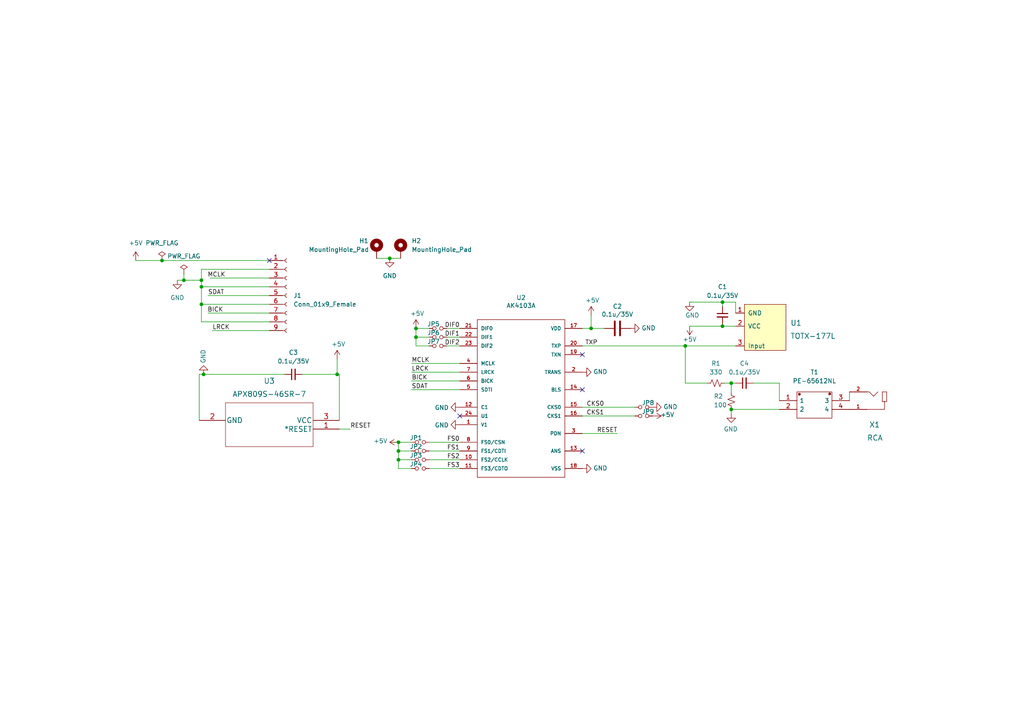
<source format=kicad_sch>
(kicad_sch (version 20211123) (generator eeschema)

  (uuid e63e39d7-6ac0-4ffd-8aa3-1841a4541b55)

  (paper "A4")

  (lib_symbols
    (symbol "APX809S:APX809S-46SR-7" (pin_names (offset 0.254)) (in_bom yes) (on_board yes)
      (property "Reference" "U" (id 0) (at 20.32 10.16 0)
        (effects (font (size 1.524 1.524)))
      )
      (property "Value" "APX809S-46SR-7" (id 1) (at 20.32 7.62 0)
        (effects (font (size 1.524 1.524)))
      )
      (property "Footprint" "APX809S:APX809S-46SA-7" (id 2) (at 20.32 6.096 0)
        (effects (font (size 1.524 1.524)) hide)
      )
      (property "Datasheet" "" (id 3) (at 0 0 0)
        (effects (font (size 1.524 1.524)))
      )
      (property "ki_fp_filters" "SOT23_DIO SOT23_DIO-M SOT23_DIO-L" (id 4) (at 0 0 0)
        (effects (font (size 1.27 1.27)) hide)
      )
      (symbol "APX809S-46SR-7_1_1"
        (polyline
          (pts
            (xy 7.62 -7.62)
            (xy 33.02 -7.62)
          )
          (stroke (width 0.127) (type default) (color 0 0 0 0))
          (fill (type none))
        )
        (polyline
          (pts
            (xy 7.62 5.08)
            (xy 7.62 -7.62)
          )
          (stroke (width 0.127) (type default) (color 0 0 0 0))
          (fill (type none))
        )
        (polyline
          (pts
            (xy 33.02 -7.62)
            (xy 33.02 5.08)
          )
          (stroke (width 0.127) (type default) (color 0 0 0 0))
          (fill (type none))
        )
        (polyline
          (pts
            (xy 33.02 5.08)
            (xy 7.62 5.08)
          )
          (stroke (width 0.127) (type default) (color 0 0 0 0))
          (fill (type none))
        )
        (pin output line (at 40.64 -2.54 180) (length 7.62)
          (name "*RESET" (effects (font (size 1.4986 1.4986))))
          (number "1" (effects (font (size 1.4986 1.4986))))
        )
        (pin power_in line (at 0 0 0) (length 7.62)
          (name "GND" (effects (font (size 1.4986 1.4986))))
          (number "2" (effects (font (size 1.4986 1.4986))))
        )
        (pin power_in line (at 40.64 0 180) (length 7.62)
          (name "VCC" (effects (font (size 1.4986 1.4986))))
          (number "3" (effects (font (size 1.4986 1.4986))))
        )
      )
    )
    (symbol "Connector:Conn_01x09_Female" (pin_names (offset 1.016) hide) (in_bom yes) (on_board yes)
      (property "Reference" "J" (id 0) (at 0 12.7 0)
        (effects (font (size 1.27 1.27)))
      )
      (property "Value" "Conn_01x09_Female" (id 1) (at 0 -12.7 0)
        (effects (font (size 1.27 1.27)))
      )
      (property "Footprint" "" (id 2) (at 0 0 0)
        (effects (font (size 1.27 1.27)) hide)
      )
      (property "Datasheet" "~" (id 3) (at 0 0 0)
        (effects (font (size 1.27 1.27)) hide)
      )
      (property "ki_keywords" "connector" (id 4) (at 0 0 0)
        (effects (font (size 1.27 1.27)) hide)
      )
      (property "ki_description" "Generic connector, single row, 01x09, script generated (kicad-library-utils/schlib/autogen/connector/)" (id 5) (at 0 0 0)
        (effects (font (size 1.27 1.27)) hide)
      )
      (property "ki_fp_filters" "Connector*:*_1x??_*" (id 6) (at 0 0 0)
        (effects (font (size 1.27 1.27)) hide)
      )
      (symbol "Conn_01x09_Female_1_1"
        (arc (start 0 -9.652) (mid -0.508 -10.16) (end 0 -10.668)
          (stroke (width 0.1524) (type default) (color 0 0 0 0))
          (fill (type none))
        )
        (arc (start 0 -7.112) (mid -0.508 -7.62) (end 0 -8.128)
          (stroke (width 0.1524) (type default) (color 0 0 0 0))
          (fill (type none))
        )
        (arc (start 0 -4.572) (mid -0.508 -5.08) (end 0 -5.588)
          (stroke (width 0.1524) (type default) (color 0 0 0 0))
          (fill (type none))
        )
        (arc (start 0 -2.032) (mid -0.508 -2.54) (end 0 -3.048)
          (stroke (width 0.1524) (type default) (color 0 0 0 0))
          (fill (type none))
        )
        (polyline
          (pts
            (xy -1.27 -10.16)
            (xy -0.508 -10.16)
          )
          (stroke (width 0.1524) (type default) (color 0 0 0 0))
          (fill (type none))
        )
        (polyline
          (pts
            (xy -1.27 -7.62)
            (xy -0.508 -7.62)
          )
          (stroke (width 0.1524) (type default) (color 0 0 0 0))
          (fill (type none))
        )
        (polyline
          (pts
            (xy -1.27 -5.08)
            (xy -0.508 -5.08)
          )
          (stroke (width 0.1524) (type default) (color 0 0 0 0))
          (fill (type none))
        )
        (polyline
          (pts
            (xy -1.27 -2.54)
            (xy -0.508 -2.54)
          )
          (stroke (width 0.1524) (type default) (color 0 0 0 0))
          (fill (type none))
        )
        (polyline
          (pts
            (xy -1.27 0)
            (xy -0.508 0)
          )
          (stroke (width 0.1524) (type default) (color 0 0 0 0))
          (fill (type none))
        )
        (polyline
          (pts
            (xy -1.27 2.54)
            (xy -0.508 2.54)
          )
          (stroke (width 0.1524) (type default) (color 0 0 0 0))
          (fill (type none))
        )
        (polyline
          (pts
            (xy -1.27 5.08)
            (xy -0.508 5.08)
          )
          (stroke (width 0.1524) (type default) (color 0 0 0 0))
          (fill (type none))
        )
        (polyline
          (pts
            (xy -1.27 7.62)
            (xy -0.508 7.62)
          )
          (stroke (width 0.1524) (type default) (color 0 0 0 0))
          (fill (type none))
        )
        (polyline
          (pts
            (xy -1.27 10.16)
            (xy -0.508 10.16)
          )
          (stroke (width 0.1524) (type default) (color 0 0 0 0))
          (fill (type none))
        )
        (arc (start 0 0.508) (mid -0.508 0) (end 0 -0.508)
          (stroke (width 0.1524) (type default) (color 0 0 0 0))
          (fill (type none))
        )
        (arc (start 0 3.048) (mid -0.508 2.54) (end 0 2.032)
          (stroke (width 0.1524) (type default) (color 0 0 0 0))
          (fill (type none))
        )
        (arc (start 0 5.588) (mid -0.508 5.08) (end 0 4.572)
          (stroke (width 0.1524) (type default) (color 0 0 0 0))
          (fill (type none))
        )
        (arc (start 0 8.128) (mid -0.508 7.62) (end 0 7.112)
          (stroke (width 0.1524) (type default) (color 0 0 0 0))
          (fill (type none))
        )
        (arc (start 0 10.668) (mid -0.508 10.16) (end 0 9.652)
          (stroke (width 0.1524) (type default) (color 0 0 0 0))
          (fill (type none))
        )
        (pin passive line (at -5.08 10.16 0) (length 3.81)
          (name "Pin_1" (effects (font (size 1.27 1.27))))
          (number "1" (effects (font (size 1.27 1.27))))
        )
        (pin passive line (at -5.08 7.62 0) (length 3.81)
          (name "Pin_2" (effects (font (size 1.27 1.27))))
          (number "2" (effects (font (size 1.27 1.27))))
        )
        (pin passive line (at -5.08 5.08 0) (length 3.81)
          (name "Pin_3" (effects (font (size 1.27 1.27))))
          (number "3" (effects (font (size 1.27 1.27))))
        )
        (pin passive line (at -5.08 2.54 0) (length 3.81)
          (name "Pin_4" (effects (font (size 1.27 1.27))))
          (number "4" (effects (font (size 1.27 1.27))))
        )
        (pin passive line (at -5.08 0 0) (length 3.81)
          (name "Pin_5" (effects (font (size 1.27 1.27))))
          (number "5" (effects (font (size 1.27 1.27))))
        )
        (pin passive line (at -5.08 -2.54 0) (length 3.81)
          (name "Pin_6" (effects (font (size 1.27 1.27))))
          (number "6" (effects (font (size 1.27 1.27))))
        )
        (pin passive line (at -5.08 -5.08 0) (length 3.81)
          (name "Pin_7" (effects (font (size 1.27 1.27))))
          (number "7" (effects (font (size 1.27 1.27))))
        )
        (pin passive line (at -5.08 -7.62 0) (length 3.81)
          (name "Pin_8" (effects (font (size 1.27 1.27))))
          (number "8" (effects (font (size 1.27 1.27))))
        )
        (pin passive line (at -5.08 -10.16 0) (length 3.81)
          (name "Pin_9" (effects (font (size 1.27 1.27))))
          (number "9" (effects (font (size 1.27 1.27))))
        )
      )
    )
    (symbol "Device:C" (pin_numbers hide) (pin_names (offset 0.254)) (in_bom yes) (on_board yes)
      (property "Reference" "C" (id 0) (at 0.635 2.54 0)
        (effects (font (size 1.27 1.27)) (justify left))
      )
      (property "Value" "C" (id 1) (at 0.635 -2.54 0)
        (effects (font (size 1.27 1.27)) (justify left))
      )
      (property "Footprint" "" (id 2) (at 0.9652 -3.81 0)
        (effects (font (size 1.27 1.27)) hide)
      )
      (property "Datasheet" "~" (id 3) (at 0 0 0)
        (effects (font (size 1.27 1.27)) hide)
      )
      (property "ki_keywords" "cap capacitor" (id 4) (at 0 0 0)
        (effects (font (size 1.27 1.27)) hide)
      )
      (property "ki_description" "Unpolarized capacitor" (id 5) (at 0 0 0)
        (effects (font (size 1.27 1.27)) hide)
      )
      (property "ki_fp_filters" "C_*" (id 6) (at 0 0 0)
        (effects (font (size 1.27 1.27)) hide)
      )
      (symbol "C_0_1"
        (polyline
          (pts
            (xy -2.032 -0.762)
            (xy 2.032 -0.762)
          )
          (stroke (width 0.508) (type default) (color 0 0 0 0))
          (fill (type none))
        )
        (polyline
          (pts
            (xy -2.032 0.762)
            (xy 2.032 0.762)
          )
          (stroke (width 0.508) (type default) (color 0 0 0 0))
          (fill (type none))
        )
      )
      (symbol "C_1_1"
        (pin passive line (at 0 3.81 270) (length 2.794)
          (name "~" (effects (font (size 1.27 1.27))))
          (number "1" (effects (font (size 1.27 1.27))))
        )
        (pin passive line (at 0 -3.81 90) (length 2.794)
          (name "~" (effects (font (size 1.27 1.27))))
          (number "2" (effects (font (size 1.27 1.27))))
        )
      )
    )
    (symbol "Device:C_Small" (pin_numbers hide) (pin_names (offset 0.254) hide) (in_bom yes) (on_board yes)
      (property "Reference" "C" (id 0) (at 0.254 1.778 0)
        (effects (font (size 1.27 1.27)) (justify left))
      )
      (property "Value" "C_Small" (id 1) (at 0.254 -2.032 0)
        (effects (font (size 1.27 1.27)) (justify left))
      )
      (property "Footprint" "" (id 2) (at 0 0 0)
        (effects (font (size 1.27 1.27)) hide)
      )
      (property "Datasheet" "~" (id 3) (at 0 0 0)
        (effects (font (size 1.27 1.27)) hide)
      )
      (property "ki_keywords" "capacitor cap" (id 4) (at 0 0 0)
        (effects (font (size 1.27 1.27)) hide)
      )
      (property "ki_description" "Unpolarized capacitor, small symbol" (id 5) (at 0 0 0)
        (effects (font (size 1.27 1.27)) hide)
      )
      (property "ki_fp_filters" "C_*" (id 6) (at 0 0 0)
        (effects (font (size 1.27 1.27)) hide)
      )
      (symbol "C_Small_0_1"
        (polyline
          (pts
            (xy -1.524 -0.508)
            (xy 1.524 -0.508)
          )
          (stroke (width 0.3302) (type default) (color 0 0 0 0))
          (fill (type none))
        )
        (polyline
          (pts
            (xy -1.524 0.508)
            (xy 1.524 0.508)
          )
          (stroke (width 0.3048) (type default) (color 0 0 0 0))
          (fill (type none))
        )
      )
      (symbol "C_Small_1_1"
        (pin passive line (at 0 2.54 270) (length 2.032)
          (name "~" (effects (font (size 1.27 1.27))))
          (number "1" (effects (font (size 1.27 1.27))))
        )
        (pin passive line (at 0 -2.54 90) (length 2.032)
          (name "~" (effects (font (size 1.27 1.27))))
          (number "2" (effects (font (size 1.27 1.27))))
        )
      )
    )
    (symbol "Device:R_Small_US" (pin_numbers hide) (pin_names (offset 0.254) hide) (in_bom yes) (on_board yes)
      (property "Reference" "R" (id 0) (at 0.762 0.508 0)
        (effects (font (size 1.27 1.27)) (justify left))
      )
      (property "Value" "R_Small_US" (id 1) (at 0.762 -1.016 0)
        (effects (font (size 1.27 1.27)) (justify left))
      )
      (property "Footprint" "" (id 2) (at 0 0 0)
        (effects (font (size 1.27 1.27)) hide)
      )
      (property "Datasheet" "~" (id 3) (at 0 0 0)
        (effects (font (size 1.27 1.27)) hide)
      )
      (property "ki_keywords" "r resistor" (id 4) (at 0 0 0)
        (effects (font (size 1.27 1.27)) hide)
      )
      (property "ki_description" "Resistor, small US symbol" (id 5) (at 0 0 0)
        (effects (font (size 1.27 1.27)) hide)
      )
      (property "ki_fp_filters" "R_*" (id 6) (at 0 0 0)
        (effects (font (size 1.27 1.27)) hide)
      )
      (symbol "R_Small_US_1_1"
        (polyline
          (pts
            (xy 0 0)
            (xy 1.016 -0.381)
            (xy 0 -0.762)
            (xy -1.016 -1.143)
            (xy 0 -1.524)
          )
          (stroke (width 0) (type default) (color 0 0 0 0))
          (fill (type none))
        )
        (polyline
          (pts
            (xy 0 1.524)
            (xy 1.016 1.143)
            (xy 0 0.762)
            (xy -1.016 0.381)
            (xy 0 0)
          )
          (stroke (width 0) (type default) (color 0 0 0 0))
          (fill (type none))
        )
        (pin passive line (at 0 2.54 270) (length 1.016)
          (name "~" (effects (font (size 1.27 1.27))))
          (number "1" (effects (font (size 1.27 1.27))))
        )
        (pin passive line (at 0 -2.54 90) (length 1.016)
          (name "~" (effects (font (size 1.27 1.27))))
          (number "2" (effects (font (size 1.27 1.27))))
        )
      )
    )
    (symbol "Mechanical:MountingHole_Pad" (pin_numbers hide) (pin_names (offset 1.016) hide) (in_bom yes) (on_board yes)
      (property "Reference" "H" (id 0) (at 0 6.35 0)
        (effects (font (size 1.27 1.27)))
      )
      (property "Value" "MountingHole_Pad" (id 1) (at 0 4.445 0)
        (effects (font (size 1.27 1.27)))
      )
      (property "Footprint" "" (id 2) (at 0 0 0)
        (effects (font (size 1.27 1.27)) hide)
      )
      (property "Datasheet" "~" (id 3) (at 0 0 0)
        (effects (font (size 1.27 1.27)) hide)
      )
      (property "ki_keywords" "mounting hole" (id 4) (at 0 0 0)
        (effects (font (size 1.27 1.27)) hide)
      )
      (property "ki_description" "Mounting Hole with connection" (id 5) (at 0 0 0)
        (effects (font (size 1.27 1.27)) hide)
      )
      (property "ki_fp_filters" "MountingHole*Pad*" (id 6) (at 0 0 0)
        (effects (font (size 1.27 1.27)) hide)
      )
      (symbol "MountingHole_Pad_0_1"
        (circle (center 0 1.27) (radius 1.27)
          (stroke (width 1.27) (type default) (color 0 0 0 0))
          (fill (type none))
        )
      )
      (symbol "MountingHole_Pad_1_1"
        (pin input line (at 0 -2.54 90) (length 2.54)
          (name "1" (effects (font (size 1.27 1.27))))
          (number "1" (effects (font (size 1.27 1.27))))
        )
      )
    )
    (symbol "PE-65612NL:PE-65612NL" (pin_names (offset 0.762)) (in_bom yes) (on_board yes)
      (property "Reference" "T" (id 0) (at 16.51 7.62 0)
        (effects (font (size 1.27 1.27)) (justify left))
      )
      (property "Value" "PE-65612NL" (id 1) (at 16.51 5.08 0)
        (effects (font (size 1.27 1.27)) (justify left))
      )
      (property "Footprint" "PE65612NL" (id 2) (at 16.51 2.54 0)
        (effects (font (size 1.27 1.27)) (justify left) hide)
      )
      (property "Datasheet" "https://componentsearchengine.com/Datasheets/1/PE-65612NL.pdf" (id 3) (at 16.51 0 0)
        (effects (font (size 1.27 1.27)) (justify left) hide)
      )
      (property "Description" "Audio Transformers / Signal Transformers THT Digital Audio 2500uH 1-Port" (id 4) (at 16.51 -2.54 0)
        (effects (font (size 1.27 1.27)) (justify left) hide)
      )
      (property "Height" "6.6" (id 5) (at 16.51 -5.08 0)
        (effects (font (size 1.27 1.27)) (justify left) hide)
      )
      (property "Manufacturer_Name" "Pulse" (id 6) (at 16.51 -7.62 0)
        (effects (font (size 1.27 1.27)) (justify left) hide)
      )
      (property "Manufacturer_Part_Number" "PE-65612NL" (id 7) (at 16.51 -10.16 0)
        (effects (font (size 1.27 1.27)) (justify left) hide)
      )
      (property "Mouser Part Number" "673-PE-65612NL" (id 8) (at 16.51 -12.7 0)
        (effects (font (size 1.27 1.27)) (justify left) hide)
      )
      (property "Mouser Price/Stock" "https://www.mouser.co.uk/ProductDetail/Pulse-Electronics/PE-65612NL?qs=0Ba7fqpihnjaWgPSZtGigw%3D%3D" (id 9) (at 16.51 -15.24 0)
        (effects (font (size 1.27 1.27)) (justify left) hide)
      )
      (property "Arrow Part Number" "PE-65612NL" (id 10) (at 16.51 -17.78 0)
        (effects (font (size 1.27 1.27)) (justify left) hide)
      )
      (property "Arrow Price/Stock" "https://www.arrow.com/en/products/pe-65612nl/pulse-electronics-corporation?region=nac" (id 11) (at 16.51 -20.32 0)
        (effects (font (size 1.27 1.27)) (justify left) hide)
      )
      (property "ki_description" "Audio Transformers / Signal Transformers THT Digital Audio 2500uH 1-Port" (id 12) (at 0 0 0)
        (effects (font (size 1.27 1.27)) hide)
      )
      (symbol "PE-65612NL_0_0"
        (pin passive line (at 0 -2.54 0) (length 5.08)
          (name "1" (effects (font (size 1.27 1.27))))
          (number "1" (effects (font (size 1.27 1.27))))
        )
        (pin passive line (at 0 0 0) (length 5.08)
          (name "2" (effects (font (size 1.27 1.27))))
          (number "2" (effects (font (size 1.27 1.27))))
        )
        (pin passive line (at 20.32 -2.54 180) (length 5.08)
          (name "3" (effects (font (size 1.27 1.27))))
          (number "3" (effects (font (size 1.27 1.27))))
        )
        (pin passive line (at 20.32 0 180) (length 5.08)
          (name "4" (effects (font (size 1.27 1.27))))
          (number "4" (effects (font (size 1.27 1.27))))
        )
      )
      (symbol "PE-65612NL_0_1"
        (polyline
          (pts
            (xy 5.08 2.54)
            (xy 15.24 2.54)
            (xy 15.24 -5.08)
            (xy 5.08 -5.08)
            (xy 5.08 2.54)
          )
          (stroke (width 0.1524) (type default) (color 0 0 0 0))
          (fill (type none))
        )
        (circle (center 5.8 -4.4) (radius 0.3162)
          (stroke (width 0) (type default) (color 0 0 0 0))
          (fill (type outline))
        )
        (circle (center 14.6 -4.5) (radius 0.3162)
          (stroke (width 0) (type default) (color 0 0 0 0))
          (fill (type outline))
        )
      )
    )
    (symbol "RCJ-044:RCJ-043" (pin_names (offset 1.016) hide) (in_bom yes) (on_board yes)
      (property "Reference" "J" (id 0) (at -5.6388 4.0894 0)
        (effects (font (size 1.27 1.27)) (justify left bottom))
      )
      (property "Value" "RCJ-043" (id 1) (at -5.1308 -5.6388 0)
        (effects (font (size 1.27 1.27)) (justify left bottom))
      )
      (property "Footprint" "CUI_RCJ-043" (id 2) (at 0 0 0)
        (effects (font (size 1.27 1.27)) (justify left bottom) hide)
      )
      (property "Datasheet" "" (id 3) (at 0 0 0)
        (effects (font (size 1.27 1.27)) (justify left bottom) hide)
      )
      (property "AVAILABILITY" "Unavailable" (id 4) (at 0 0 0)
        (effects (font (size 1.27 1.27)) (justify left bottom) hide)
      )
      (property "DESCRIPTION" "Metal Right-Angle, RCA Jack, White Housing and Insulation" (id 5) (at 0 0 0)
        (effects (font (size 1.27 1.27)) (justify left bottom) hide)
      )
      (property "MF" "CUI Devices" (id 6) (at 0 0 0)
        (effects (font (size 1.27 1.27)) (justify left bottom) hide)
      )
      (property "PACKAGE" "None" (id 7) (at 0 0 0)
        (effects (font (size 1.27 1.27)) (justify left bottom) hide)
      )
      (property "PRICE" "None" (id 8) (at 0 0 0)
        (effects (font (size 1.27 1.27)) (justify left bottom) hide)
      )
      (property "CUI_PURCHASE_URL" "https://www.cuidevices.com/product/interconnect/connectors/rca-connectors/rcj-04-series?utm_source=snapeda.com&utm_medium=referral&utm_campaign=snapedaBOM" (id 9) (at 0 0 0)
        (effects (font (size 1.27 1.27)) (justify left bottom) hide)
      )
      (property "MP" "RCJ-043" (id 10) (at 0 0 0)
        (effects (font (size 1.27 1.27)) (justify left bottom) hide)
      )
      (property "ki_locked" "" (id 11) (at 0 0 0)
        (effects (font (size 1.27 1.27)))
      )
      (symbol "RCJ-043_0_0"
        (polyline
          (pts
            (xy -5.715 -0.254)
            (xy -5.08 -0.254)
          )
          (stroke (width 0.1524) (type default) (color 0 0 0 0))
          (fill (type none))
        )
        (polyline
          (pts
            (xy -5.715 2.54)
            (xy -5.715 -0.254)
          )
          (stroke (width 0.1524) (type default) (color 0 0 0 0))
          (fill (type none))
        )
        (polyline
          (pts
            (xy -5.08 -2.54)
            (xy -5.08 -0.254)
          )
          (stroke (width 0.1524) (type default) (color 0 0 0 0))
          (fill (type none))
        )
        (polyline
          (pts
            (xy -5.08 -0.254)
            (xy -4.445 -0.254)
          )
          (stroke (width 0.1524) (type default) (color 0 0 0 0))
          (fill (type none))
        )
        (polyline
          (pts
            (xy -4.445 -0.254)
            (xy -4.445 2.54)
          )
          (stroke (width 0.1524) (type default) (color 0 0 0 0))
          (fill (type none))
        )
        (polyline
          (pts
            (xy -4.445 2.54)
            (xy -5.715 2.54)
          )
          (stroke (width 0.1524) (type default) (color 0 0 0 0))
          (fill (type none))
        )
        (polyline
          (pts
            (xy -1.905 1.27)
            (xy -3.175 2.54)
          )
          (stroke (width 0.1524) (type default) (color 0 0 0 0))
          (fill (type none))
        )
        (polyline
          (pts
            (xy -0.635 2.54)
            (xy -1.905 1.27)
          )
          (stroke (width 0.1524) (type default) (color 0 0 0 0))
          (fill (type none))
        )
        (polyline
          (pts
            (xy 0 -2.54)
            (xy -5.08 -2.54)
          )
          (stroke (width 0.1524) (type default) (color 0 0 0 0))
          (fill (type none))
        )
        (polyline
          (pts
            (xy 0 2.54)
            (xy -0.635 2.54)
          )
          (stroke (width 0.1524) (type default) (color 0 0 0 0))
          (fill (type none))
        )
        (pin passive line (at 5.08 -2.54 180) (length 5.08)
          (name "~" (effects (font (size 1.016 1.016))))
          (number "1" (effects (font (size 1.016 1.016))))
        )
        (pin passive line (at 5.08 2.54 180) (length 5.08)
          (name "~" (effects (font (size 1.016 1.016))))
          (number "2" (effects (font (size 1.016 1.016))))
        )
      )
    )
    (symbol "akm:AK4103A" (pin_names (offset 1.016)) (in_bom yes) (on_board yes)
      (property "Reference" "U" (id 0) (at -12.7 21.59 0)
        (effects (font (size 1.27 1.27)) (justify left bottom))
      )
      (property "Value" "AK4103A" (id 1) (at -12.7 -27.94 0)
        (effects (font (size 1.27 1.27)) (justify left bottom))
      )
      (property "Footprint" "Package_SO:TSSOP-24_6.1x7.8mm_P0.65mm" (id 2) (at 0 3.81 0)
        (effects (font (size 1.27 1.27)) hide)
      )
      (property "Datasheet" "" (id 3) (at 0 0 0)
        (effects (font (size 1.27 1.27)) hide)
      )
      (symbol "AK4103A_1_0"
        (polyline
          (pts
            (xy -12.7 -25.4)
            (xy -12.7 20.32)
          )
          (stroke (width 0) (type default) (color 0 0 0 0))
          (fill (type none))
        )
        (polyline
          (pts
            (xy -12.7 20.32)
            (xy 12.7 20.32)
          )
          (stroke (width 0) (type default) (color 0 0 0 0))
          (fill (type none))
        )
        (polyline
          (pts
            (xy 12.7 -25.4)
            (xy -12.7 -25.4)
          )
          (stroke (width 0) (type default) (color 0 0 0 0))
          (fill (type none))
        )
        (polyline
          (pts
            (xy 12.7 20.32)
            (xy 12.7 -25.4)
          )
          (stroke (width 0) (type default) (color 0 0 0 0))
          (fill (type none))
        )
      )
      (symbol "AK4103A_1_1"
        (pin input line (at -17.78 -10.16 0) (length 5.08)
          (name "V1" (effects (font (size 1.016 1.016))))
          (number "1" (effects (font (size 1.016 1.016))))
        )
        (pin bidirectional line (at -17.78 -20.32 0) (length 5.08)
          (name "FS2/CCLK" (effects (font (size 1.016 1.016))))
          (number "10" (effects (font (size 1.016 1.016))))
        )
        (pin bidirectional line (at -17.78 -22.86 0) (length 5.08)
          (name "FS3/CDTO" (effects (font (size 1.016 1.016))))
          (number "11" (effects (font (size 1.016 1.016))))
        )
        (pin input line (at -17.78 -5.08 0) (length 5.08)
          (name "C1" (effects (font (size 1.016 1.016))))
          (number "12" (effects (font (size 1.016 1.016))))
        )
        (pin bidirectional line (at 17.78 -17.78 180) (length 5.08)
          (name "ANS" (effects (font (size 1.016 1.016))))
          (number "13" (effects (font (size 1.016 1.016))))
        )
        (pin bidirectional line (at 17.78 0 180) (length 5.08)
          (name "BLS" (effects (font (size 1.016 1.016))))
          (number "14" (effects (font (size 1.016 1.016))))
        )
        (pin input line (at 17.78 -5.08 180) (length 5.08)
          (name "CKS0" (effects (font (size 1.016 1.016))))
          (number "15" (effects (font (size 1.016 1.016))))
        )
        (pin input line (at 17.78 -7.62 180) (length 5.08)
          (name "CKS1" (effects (font (size 1.016 1.016))))
          (number "16" (effects (font (size 1.016 1.016))))
        )
        (pin power_in line (at 17.78 17.78 180) (length 5.08)
          (name "VDD" (effects (font (size 1.016 1.016))))
          (number "17" (effects (font (size 1.016 1.016))))
        )
        (pin power_in line (at 17.78 -22.86 180) (length 5.08)
          (name "VSS" (effects (font (size 1.016 1.016))))
          (number "18" (effects (font (size 1.016 1.016))))
        )
        (pin output line (at 17.78 10.16 180) (length 5.08)
          (name "TXN" (effects (font (size 1.016 1.016))))
          (number "19" (effects (font (size 1.016 1.016))))
        )
        (pin input line (at 17.78 5.08 180) (length 5.08)
          (name "TRANS" (effects (font (size 1.016 1.016))))
          (number "2" (effects (font (size 1.016 1.016))))
        )
        (pin output line (at 17.78 12.7 180) (length 5.08)
          (name "TXP" (effects (font (size 1.016 1.016))))
          (number "20" (effects (font (size 1.016 1.016))))
        )
        (pin input line (at -17.78 17.78 0) (length 5.08)
          (name "DIF0" (effects (font (size 1.016 1.016))))
          (number "21" (effects (font (size 1.016 1.016))))
        )
        (pin input line (at -17.78 15.24 0) (length 5.08)
          (name "DIF1" (effects (font (size 1.016 1.016))))
          (number "22" (effects (font (size 1.016 1.016))))
        )
        (pin input line (at -17.78 12.7 0) (length 5.08)
          (name "DIF2" (effects (font (size 1.016 1.016))))
          (number "23" (effects (font (size 1.016 1.016))))
        )
        (pin input line (at -17.78 -7.62 0) (length 5.08)
          (name "U1" (effects (font (size 1.016 1.016))))
          (number "24" (effects (font (size 1.016 1.016))))
        )
        (pin input line (at 17.78 -12.7 180) (length 5.08)
          (name "PDN" (effects (font (size 1.016 1.016))))
          (number "3" (effects (font (size 1.016 1.016))))
        )
        (pin input line (at -17.78 7.62 0) (length 5.08)
          (name "MCLK" (effects (font (size 1.016 1.016))))
          (number "4" (effects (font (size 1.016 1.016))))
        )
        (pin input line (at -17.78 0 0) (length 5.08)
          (name "SDTI" (effects (font (size 1.016 1.016))))
          (number "5" (effects (font (size 1.016 1.016))))
        )
        (pin bidirectional line (at -17.78 2.54 0) (length 5.08)
          (name "BICK" (effects (font (size 1.016 1.016))))
          (number "6" (effects (font (size 1.016 1.016))))
        )
        (pin bidirectional line (at -17.78 5.08 0) (length 5.08)
          (name "LRCK" (effects (font (size 1.016 1.016))))
          (number "7" (effects (font (size 1.016 1.016))))
        )
        (pin bidirectional line (at -17.78 -15.24 0) (length 5.08)
          (name "FS0/CSN" (effects (font (size 1.016 1.016))))
          (number "8" (effects (font (size 1.016 1.016))))
        )
        (pin bidirectional line (at -17.78 -17.78 0) (length 5.08)
          (name "FS1/CDTI" (effects (font (size 1.016 1.016))))
          (number "9" (effects (font (size 1.016 1.016))))
        )
      )
    )
    (symbol "power:+5V" (power) (pin_names (offset 0)) (in_bom yes) (on_board yes)
      (property "Reference" "#PWR" (id 0) (at 0 -3.81 0)
        (effects (font (size 1.27 1.27)) hide)
      )
      (property "Value" "+5V" (id 1) (at 0 3.556 0)
        (effects (font (size 1.27 1.27)))
      )
      (property "Footprint" "" (id 2) (at 0 0 0)
        (effects (font (size 1.27 1.27)) hide)
      )
      (property "Datasheet" "" (id 3) (at 0 0 0)
        (effects (font (size 1.27 1.27)) hide)
      )
      (property "ki_keywords" "power-flag" (id 4) (at 0 0 0)
        (effects (font (size 1.27 1.27)) hide)
      )
      (property "ki_description" "Power symbol creates a global label with name \"+5V\"" (id 5) (at 0 0 0)
        (effects (font (size 1.27 1.27)) hide)
      )
      (symbol "+5V_0_1"
        (polyline
          (pts
            (xy -0.762 1.27)
            (xy 0 2.54)
          )
          (stroke (width 0) (type default) (color 0 0 0 0))
          (fill (type none))
        )
        (polyline
          (pts
            (xy 0 0)
            (xy 0 2.54)
          )
          (stroke (width 0) (type default) (color 0 0 0 0))
          (fill (type none))
        )
        (polyline
          (pts
            (xy 0 2.54)
            (xy 0.762 1.27)
          )
          (stroke (width 0) (type default) (color 0 0 0 0))
          (fill (type none))
        )
      )
      (symbol "+5V_1_1"
        (pin power_in line (at 0 0 90) (length 0) hide
          (name "+5V" (effects (font (size 1.27 1.27))))
          (number "1" (effects (font (size 1.27 1.27))))
        )
      )
    )
    (symbol "power:GND" (power) (pin_names (offset 0)) (in_bom yes) (on_board yes)
      (property "Reference" "#PWR" (id 0) (at 0 -6.35 0)
        (effects (font (size 1.27 1.27)) hide)
      )
      (property "Value" "GND" (id 1) (at 0 -3.81 0)
        (effects (font (size 1.27 1.27)))
      )
      (property "Footprint" "" (id 2) (at 0 0 0)
        (effects (font (size 1.27 1.27)) hide)
      )
      (property "Datasheet" "" (id 3) (at 0 0 0)
        (effects (font (size 1.27 1.27)) hide)
      )
      (property "ki_keywords" "power-flag" (id 4) (at 0 0 0)
        (effects (font (size 1.27 1.27)) hide)
      )
      (property "ki_description" "Power symbol creates a global label with name \"GND\" , ground" (id 5) (at 0 0 0)
        (effects (font (size 1.27 1.27)) hide)
      )
      (symbol "GND_0_1"
        (polyline
          (pts
            (xy 0 0)
            (xy 0 -1.27)
            (xy 1.27 -1.27)
            (xy 0 -2.54)
            (xy -1.27 -1.27)
            (xy 0 -1.27)
          )
          (stroke (width 0) (type default) (color 0 0 0 0))
          (fill (type none))
        )
      )
      (symbol "GND_1_1"
        (pin power_in line (at 0 0 270) (length 0) hide
          (name "GND" (effects (font (size 1.27 1.27))))
          (number "1" (effects (font (size 1.27 1.27))))
        )
      )
    )
    (symbol "power:PWR_FLAG" (power) (pin_numbers hide) (pin_names (offset 0) hide) (in_bom yes) (on_board yes)
      (property "Reference" "#FLG" (id 0) (at 0 1.905 0)
        (effects (font (size 1.27 1.27)) hide)
      )
      (property "Value" "PWR_FLAG" (id 1) (at 0 3.81 0)
        (effects (font (size 1.27 1.27)))
      )
      (property "Footprint" "" (id 2) (at 0 0 0)
        (effects (font (size 1.27 1.27)) hide)
      )
      (property "Datasheet" "~" (id 3) (at 0 0 0)
        (effects (font (size 1.27 1.27)) hide)
      )
      (property "ki_keywords" "power-flag" (id 4) (at 0 0 0)
        (effects (font (size 1.27 1.27)) hide)
      )
      (property "ki_description" "Special symbol for telling ERC where power comes from" (id 5) (at 0 0 0)
        (effects (font (size 1.27 1.27)) hide)
      )
      (symbol "PWR_FLAG_0_0"
        (pin power_out line (at 0 0 90) (length 0)
          (name "pwr" (effects (font (size 1.27 1.27))))
          (number "1" (effects (font (size 1.27 1.27))))
        )
      )
      (symbol "PWR_FLAG_0_1"
        (polyline
          (pts
            (xy 0 0)
            (xy 0 1.27)
            (xy -1.016 1.905)
            (xy 0 2.54)
            (xy 1.016 1.905)
            (xy 0 1.27)
          )
          (stroke (width 0) (type default) (color 0 0 0 0))
          (fill (type none))
        )
      )
    )
    (symbol "selfmade:Jumper_NO_Small" (pin_numbers hide) (pin_names (offset 0.762) hide) (in_bom yes) (on_board yes)
      (property "Reference" "JP5" (id 0) (at -1.27 1.27 0)
        (effects (font (size 1.27 1.27)))
      )
      (property "Value" "Jumper_NO_Small" (id 1) (at 0 2.293 0)
        (effects (font (size 1.27 1.27)) hide)
      )
      (property "Footprint" "footprints:SolderJumper-Open_RoundedPad-custom" (id 2) (at 0 0 0)
        (effects (font (size 1.27 1.27)) hide)
      )
      (property "Datasheet" "~" (id 3) (at 0 0 0)
        (effects (font (size 1.27 1.27)) hide)
      )
      (property "ki_keywords" "jumper link bridge NO" (id 4) (at 0 0 0)
        (effects (font (size 1.27 1.27)) hide)
      )
      (property "ki_description" "Jumper, normally open, small symbol" (id 5) (at 0 0 0)
        (effects (font (size 1.27 1.27)) hide)
      )
      (property "ki_fp_filters" "SolderJumper*Open* Jumper* TestPoint*2Pads* TestPoint*Bridge*" (id 6) (at 0 0 0)
        (effects (font (size 1.27 1.27)) hide)
      )
      (symbol "Jumper_NO_Small_0_1"
        (circle (center -1.016 0) (radius 0.508)
          (stroke (width 0) (type default) (color 0 0 0 0))
          (fill (type none))
        )
        (circle (center 1.016 0) (radius 0.508)
          (stroke (width 0) (type default) (color 0 0 0 0))
          (fill (type none))
        )
        (pin passive line (at -2.54 0 0) (length 1.016)
          (name "1" (effects (font (size 1.27 1.27))))
          (number "1" (effects (font (size 1.27 1.27))))
        )
        (pin passive line (at 2.54 0 180) (length 1.016)
          (name "2" (effects (font (size 1.27 1.27))))
          (number "2" (effects (font (size 1.27 1.27))))
        )
      )
    )
    (symbol "selfmade:totx177" (pin_names (offset 1.016)) (in_bom yes) (on_board yes)
      (property "Reference" "U" (id 0) (at -1.27 5.08 0)
        (effects (font (size 1.524 1.524)))
      )
      (property "Value" "totx177" (id 1) (at -4.445 -0.635 90)
        (effects (font (size 1.524 1.524)))
      )
      (property "Footprint" "footprints:Toshiba_TOTX177" (id 2) (at -1.27 1.905 0)
        (effects (font (size 1.524 1.524)) hide)
      )
      (property "Datasheet" "" (id 3) (at -1.27 1.905 0)
        (effects (font (size 1.524 1.524)) hide)
      )
      (symbol "totx177_0_1"
        (rectangle (start -5.715 5.715) (end 6.35 -7.62)
          (stroke (width 0) (type default) (color 0 0 0 0))
          (fill (type background))
        )
      )
      (symbol "totx177_1_1"
        (pin input line (at 8.89 3.175 180) (length 2.54)
          (name "GND" (effects (font (size 1.27 1.27))))
          (number "1" (effects (font (size 1.27 1.27))))
        )
        (pin input line (at 8.89 -0.635 180) (length 2.54)
          (name "VCC" (effects (font (size 1.27 1.27))))
          (number "2" (effects (font (size 1.27 1.27))))
        )
        (pin input line (at 8.89 -6.35 180) (length 2.54)
          (name "Input" (effects (font (size 1.27 1.27))))
          (number "3" (effects (font (size 1.27 1.27))))
        )
      )
    )
  )

  (junction (at 58.42 88.265) (diameter 0) (color 0 0 0 0)
    (uuid 1416f46f-efcf-4c99-81af-d39cf81f2652)
  )
  (junction (at 212.09 111.125) (diameter 0) (color 0 0 0 0)
    (uuid 15a3b35a-0840-46c5-b99c-5f5351cf31cc)
  )
  (junction (at 209.55 87.63) (diameter 0) (color 0 0 0 0)
    (uuid 1c28384a-8c83-41cd-adf0-1b94e2269d34)
  )
  (junction (at 58.42 81.28) (diameter 0) (color 0 0 0 0)
    (uuid 38c40dcc-c1da-4f6f-a147-01497313c7b0)
  )
  (junction (at 198.755 100.33) (diameter 0) (color 0 0 0 0)
    (uuid 3d0d00f2-526f-4ba8-ab33-921d0ada5ef6)
  )
  (junction (at 53.34 81.28) (diameter 0) (color 0 0 0 0)
    (uuid 4aa64078-17d4-4a3d-9052-37405986b633)
  )
  (junction (at 115.57 128.27) (diameter 0) (color 0 0 0 0)
    (uuid 673a003e-8db1-4940-9bbe-8d3171dc63d8)
  )
  (junction (at 113.03 74.93) (diameter 0) (color 0 0 0 0)
    (uuid 6c1c82c5-8a2f-4a31-a3ff-53fbcca26751)
  )
  (junction (at 115.57 130.81) (diameter 0) (color 0 0 0 0)
    (uuid 6fc498e9-dbdc-4b6e-837d-f01c622fed1a)
  )
  (junction (at 171.45 95.25) (diameter 0) (color 0 0 0 0)
    (uuid 7152617f-6a4f-4b5e-8b48-b45aeab7303a)
  )
  (junction (at 97.79 108.585) (diameter 0) (color 0 0 0 0)
    (uuid 7abde92a-1f9c-4fef-907e-b4a91016ec1c)
  )
  (junction (at 212.09 118.745) (diameter 0) (color 0 0 0 0)
    (uuid 82e3123c-a27b-4cba-b155-d365931b3389)
  )
  (junction (at 59.055 108.585) (diameter 0) (color 0 0 0 0)
    (uuid ad5f1fcf-0f14-41b5-84fc-bb6a19958f8b)
  )
  (junction (at 58.42 83.185) (diameter 0) (color 0 0 0 0)
    (uuid ad8c2a20-27d0-4e2a-aabf-44a509bf342a)
  )
  (junction (at 46.99 75.565) (diameter 0) (color 0 0 0 0)
    (uuid b9db3240-c83e-496c-846a-60f8abb0406e)
  )
  (junction (at 115.57 133.35) (diameter 0) (color 0 0 0 0)
    (uuid c6880c0d-0077-4507-8ecc-40eabad18077)
  )
  (junction (at 120.65 95.25) (diameter 0) (color 0 0 0 0)
    (uuid c7d97c99-d8ff-449b-bbe4-3900855c128c)
  )
  (junction (at 120.65 97.79) (diameter 0) (color 0 0 0 0)
    (uuid c85aa48a-0fb9-424f-ae93-af15bd84a4ff)
  )
  (junction (at 209.55 94.615) (diameter 0) (color 0 0 0 0)
    (uuid cee43032-87a2-41c2-bedd-2d90443c9c0c)
  )

  (no_connect (at 78.105 75.565) (uuid 3bb8d00a-4b3b-4227-ba05-f681c4cccd62))
  (no_connect (at 133.35 120.65) (uuid 53a9e473-5a4e-457b-a886-d97da566fa9d))
  (no_connect (at 168.91 113.03) (uuid c4c7714c-2833-4796-a64e-3123a2efd2b8))
  (no_connect (at 168.91 130.81) (uuid e0fa4cff-a57c-412c-9039-878a3e0b7e89))
  (no_connect (at 168.91 102.87) (uuid f9002227-a65a-4d68-9326-1468d9ee86dc))

  (wire (pts (xy 39.37 75.565) (xy 46.99 75.565))
    (stroke (width 0) (type default) (color 0 0 0 0))
    (uuid 098a8407-cb75-4379-a694-65a64d739020)
  )
  (wire (pts (xy 120.65 95.25) (xy 124.46 95.25))
    (stroke (width 0) (type solid) (color 0 0 0 0))
    (uuid 09a1bc1c-24a5-4740-a726-ca09cb8093cf)
  )
  (wire (pts (xy 198.755 100.33) (xy 213.36 100.33))
    (stroke (width 0) (type default) (color 0 0 0 0))
    (uuid 100dbb95-f292-43d1-8637-4ccc903ac7bf)
  )
  (wire (pts (xy 115.57 128.27) (xy 119.38 128.27))
    (stroke (width 0) (type solid) (color 0 0 0 0))
    (uuid 12506e31-5301-40e4-86a3-8ddb4dd6e50e)
  )
  (wire (pts (xy 115.57 128.27) (xy 115.57 130.81))
    (stroke (width 0) (type solid) (color 0 0 0 0))
    (uuid 14a4f56f-3e70-4359-9171-1f40ebb9073e)
  )
  (wire (pts (xy 246.38 113.665) (xy 246.38 116.205))
    (stroke (width 0) (type default) (color 0 0 0 0))
    (uuid 18eb5b21-b45d-40b2-ae57-6dc1d3fbf4dc)
  )
  (wire (pts (xy 124.46 100.33) (xy 120.65 100.33))
    (stroke (width 0) (type solid) (color 0 0 0 0))
    (uuid 19c6f9cd-e6da-4423-a38e-e6e8c150c934)
  )
  (wire (pts (xy 120.65 95.25) (xy 120.65 97.79))
    (stroke (width 0) (type solid) (color 0 0 0 0))
    (uuid 1a20a2b0-fde6-4673-99eb-19326298f7a5)
  )
  (wire (pts (xy 212.09 118.745) (xy 226.06 118.745))
    (stroke (width 0) (type default) (color 0 0 0 0))
    (uuid 1b9095e4-a001-43da-baee-d342bf702036)
  )
  (wire (pts (xy 119.38 135.89) (xy 115.57 135.89))
    (stroke (width 0) (type solid) (color 0 0 0 0))
    (uuid 2497109f-64f5-4773-bcf3-90c5d9486de3)
  )
  (wire (pts (xy 129.54 97.79) (xy 133.35 97.79))
    (stroke (width 0) (type solid) (color 0 0 0 0))
    (uuid 2587dca7-27fa-4d50-b932-a58ad4dd7a0c)
  )
  (wire (pts (xy 129.54 95.25) (xy 133.35 95.25))
    (stroke (width 0) (type solid) (color 0 0 0 0))
    (uuid 299cfe36-b728-4a8c-b536-eafaea45f82f)
  )
  (wire (pts (xy 97.79 104.14) (xy 97.79 108.585))
    (stroke (width 0) (type default) (color 0 0 0 0))
    (uuid 3269dd3e-03e4-49a7-97c0-b5565dd67fc6)
  )
  (wire (pts (xy 213.36 87.63) (xy 209.55 87.63))
    (stroke (width 0) (type default) (color 0 0 0 0))
    (uuid 32fb6c3f-03d9-4125-a747-67d2a7c1c194)
  )
  (wire (pts (xy 113.03 74.93) (xy 116.205 74.93))
    (stroke (width 0) (type default) (color 0 0 0 0))
    (uuid 33ff412b-387d-42f0-8934-e9d325d8448b)
  )
  (wire (pts (xy 200.025 87.63) (xy 209.55 87.63))
    (stroke (width 0) (type default) (color 0 0 0 0))
    (uuid 35dedb81-daf6-40f3-a1ce-999b43c57d4f)
  )
  (wire (pts (xy 198.755 111.125) (xy 205.105 111.125))
    (stroke (width 0) (type default) (color 0 0 0 0))
    (uuid 394f3f3c-25b5-42f7-8d26-a65e1861a464)
  )
  (wire (pts (xy 58.42 83.185) (xy 58.42 88.265))
    (stroke (width 0) (type default) (color 0 0 0 0))
    (uuid 3eff8f32-349a-4846-b484-abdc036c7174)
  )
  (wire (pts (xy 213.36 87.63) (xy 213.36 90.805))
    (stroke (width 0) (type default) (color 0 0 0 0))
    (uuid 4071e098-7dce-43f8-81b8-467954d42c59)
  )
  (wire (pts (xy 124.46 133.35) (xy 133.35 133.35))
    (stroke (width 0) (type solid) (color 0 0 0 0))
    (uuid 467a36b8-cd50-4ff1-8fbd-c0df51e80731)
  )
  (wire (pts (xy 78.105 93.345) (xy 58.42 93.345))
    (stroke (width 0) (type default) (color 0 0 0 0))
    (uuid 532cb9ef-7fac-483b-aaf5-b83d764d0176)
  )
  (wire (pts (xy 212.09 118.745) (xy 212.09 120.015))
    (stroke (width 0) (type default) (color 0 0 0 0))
    (uuid 53a584bb-bd23-4bfb-8c8a-0198c1a8557c)
  )
  (wire (pts (xy 184.15 118.11) (xy 168.91 118.11))
    (stroke (width 0) (type solid) (color 0 0 0 0))
    (uuid 55478eaa-c9a5-4e9c-8f87-112ddd5d14a2)
  )
  (wire (pts (xy 210.185 111.125) (xy 212.09 111.125))
    (stroke (width 0) (type default) (color 0 0 0 0))
    (uuid 5b0695f1-36a9-49b3-89bc-b459f0703114)
  )
  (wire (pts (xy 98.425 108.585) (xy 97.79 108.585))
    (stroke (width 0) (type default) (color 0 0 0 0))
    (uuid 60772d09-c1a2-4573-81cb-dbab70bc1bf6)
  )
  (wire (pts (xy 212.09 111.125) (xy 212.09 113.665))
    (stroke (width 0) (type default) (color 0 0 0 0))
    (uuid 618f4d05-4869-4f97-b1a0-71f0380c1f08)
  )
  (wire (pts (xy 168.91 100.33) (xy 198.755 100.33))
    (stroke (width 0) (type default) (color 0 0 0 0))
    (uuid 61a7dc78-ecee-4b3c-84a9-1e84cbb0e1e2)
  )
  (wire (pts (xy 119.38 110.49) (xy 133.35 110.49))
    (stroke (width 0) (type solid) (color 0 0 0 0))
    (uuid 6595b9c7-02ee-4647-bde5-6b566e35163e)
  )
  (wire (pts (xy 78.105 83.185) (xy 58.42 83.185))
    (stroke (width 0) (type default) (color 0 0 0 0))
    (uuid 666dc23c-d707-448f-841d-377a6e08a250)
  )
  (wire (pts (xy 171.45 91.44) (xy 171.45 95.25))
    (stroke (width 0) (type solid) (color 0 0 0 0))
    (uuid 67763d19-f622-4e1e-81e5-5b24da7c3f99)
  )
  (wire (pts (xy 115.57 133.35) (xy 115.57 130.81))
    (stroke (width 0) (type solid) (color 0 0 0 0))
    (uuid 6c26b129-ee7f-49e0-adb6-6c32ee6aeb9e)
  )
  (wire (pts (xy 59.055 108.585) (xy 82.55 108.585))
    (stroke (width 0) (type default) (color 0 0 0 0))
    (uuid 7887b2ad-f9c7-4c7d-bd3f-1fb4a7fb0c1d)
  )
  (wire (pts (xy 60.325 90.805) (xy 78.105 90.805))
    (stroke (width 0) (type default) (color 0 0 0 0))
    (uuid 79e1811e-908a-4ac6-a9ea-8cf4bbc9a51d)
  )
  (wire (pts (xy 98.425 121.92) (xy 98.425 108.585))
    (stroke (width 0) (type default) (color 0 0 0 0))
    (uuid 7ec5994a-f36f-4617-8a2e-47478097e3ab)
  )
  (wire (pts (xy 168.91 125.73) (xy 179.07 125.73))
    (stroke (width 0) (type solid) (color 0 0 0 0))
    (uuid 84e5506c-143e-495f-9aa4-d3a71622f213)
  )
  (wire (pts (xy 212.09 111.125) (xy 213.36 111.125))
    (stroke (width 0) (type default) (color 0 0 0 0))
    (uuid 8801958a-13bf-43af-891e-a25567e176ac)
  )
  (wire (pts (xy 226.06 111.125) (xy 226.06 116.205))
    (stroke (width 0) (type default) (color 0 0 0 0))
    (uuid 8c3011be-7adb-4a25-b0b9-9cc35b2b61fa)
  )
  (wire (pts (xy 218.44 111.125) (xy 226.06 111.125))
    (stroke (width 0) (type default) (color 0 0 0 0))
    (uuid 90e4fd79-34ba-4ca8-aa3d-2c2dfc8f7527)
  )
  (wire (pts (xy 60.325 85.725) (xy 78.105 85.725))
    (stroke (width 0) (type default) (color 0 0 0 0))
    (uuid 92786ddd-53cc-4458-af25-eb5a2b46154e)
  )
  (wire (pts (xy 46.99 75.565) (xy 78.105 75.565))
    (stroke (width 0) (type default) (color 0 0 0 0))
    (uuid 9280a3fb-f410-42e9-931c-b557e6e73fdc)
  )
  (wire (pts (xy 58.42 81.28) (xy 58.42 83.185))
    (stroke (width 0) (type default) (color 0 0 0 0))
    (uuid 9b26d003-7efb-405a-8332-1a189f9d4920)
  )
  (wire (pts (xy 124.46 135.89) (xy 133.35 135.89))
    (stroke (width 0) (type solid) (color 0 0 0 0))
    (uuid 9fa1233d-5743-44a9-a838-e6e62928489a)
  )
  (wire (pts (xy 109.22 74.93) (xy 113.03 74.93))
    (stroke (width 0) (type default) (color 0 0 0 0))
    (uuid a0a062e5-7e10-4dc3-b9c3-913bb2dae336)
  )
  (wire (pts (xy 57.785 108.585) (xy 59.055 108.585))
    (stroke (width 0) (type default) (color 0 0 0 0))
    (uuid ab9050dc-c7c2-4de0-a0b5-95df5986feaf)
  )
  (wire (pts (xy 60.96 80.645) (xy 78.105 80.645))
    (stroke (width 0) (type default) (color 0 0 0 0))
    (uuid b09870ad-8985-4a1c-a7b1-3acb9a1b9282)
  )
  (wire (pts (xy 119.38 105.41) (xy 133.35 105.41))
    (stroke (width 0) (type solid) (color 0 0 0 0))
    (uuid b1c649b1-f44d-46c7-9dea-818e75a1b87e)
  )
  (wire (pts (xy 120.65 97.79) (xy 124.46 97.79))
    (stroke (width 0) (type solid) (color 0 0 0 0))
    (uuid b56d0c39-fe77-4265-829c-3c8be8072953)
  )
  (wire (pts (xy 119.38 113.03) (xy 133.35 113.03))
    (stroke (width 0) (type solid) (color 0 0 0 0))
    (uuid b7199d9b-bebb-4100-9ad3-c2bd31e21d65)
  )
  (wire (pts (xy 115.57 130.81) (xy 119.38 130.81))
    (stroke (width 0) (type solid) (color 0 0 0 0))
    (uuid b7dce427-9fdc-4136-9a43-856fd17bccfc)
  )
  (wire (pts (xy 124.46 130.81) (xy 133.35 130.81))
    (stroke (width 0) (type solid) (color 0 0 0 0))
    (uuid b98e69ad-8692-4d69-94cb-403056b2ac0b)
  )
  (wire (pts (xy 209.55 93.98) (xy 209.55 94.615))
    (stroke (width 0) (type default) (color 0 0 0 0))
    (uuid ba06aef6-a461-4287-8006-7fde5b509ac6)
  )
  (wire (pts (xy 184.15 120.65) (xy 168.91 120.65))
    (stroke (width 0) (type solid) (color 0 0 0 0))
    (uuid bc3c3c64-4178-4940-8471-367cbed13e11)
  )
  (wire (pts (xy 78.105 88.265) (xy 58.42 88.265))
    (stroke (width 0) (type default) (color 0 0 0 0))
    (uuid c1518dae-2aaf-4360-9028-98a626546353)
  )
  (wire (pts (xy 58.42 78.105) (xy 58.42 81.28))
    (stroke (width 0) (type default) (color 0 0 0 0))
    (uuid c25b90aa-c787-46a1-8b80-e5b9fd45039a)
  )
  (wire (pts (xy 58.42 88.265) (xy 58.42 93.345))
    (stroke (width 0) (type default) (color 0 0 0 0))
    (uuid c2a5cbbc-a316-4826-81b8-a34d52b5eb58)
  )
  (wire (pts (xy 53.34 81.28) (xy 58.42 81.28))
    (stroke (width 0) (type default) (color 0 0 0 0))
    (uuid c5f09cfa-3730-4cb5-a00f-40deeb78aae8)
  )
  (wire (pts (xy 209.55 94.615) (xy 213.36 94.615))
    (stroke (width 0) (type default) (color 0 0 0 0))
    (uuid c839dff4-5955-41b9-8c06-2075044f8f44)
  )
  (wire (pts (xy 53.34 79.375) (xy 53.34 81.28))
    (stroke (width 0) (type default) (color 0 0 0 0))
    (uuid ce0392e7-4abb-4389-bf31-7354a09c09c8)
  )
  (wire (pts (xy 115.57 135.89) (xy 115.57 133.35))
    (stroke (width 0) (type solid) (color 0 0 0 0))
    (uuid d0021c7c-5711-41c9-99f9-8ec2e4bdda22)
  )
  (wire (pts (xy 61.595 95.885) (xy 78.105 95.885))
    (stroke (width 0) (type default) (color 0 0 0 0))
    (uuid d1dfde70-d9fc-446f-93d2-31e0ac9baaa9)
  )
  (wire (pts (xy 57.785 121.92) (xy 57.785 108.585))
    (stroke (width 0) (type default) (color 0 0 0 0))
    (uuid d7b59b98-3ccf-44b7-89ce-2e2e6f1c102f)
  )
  (wire (pts (xy 198.755 100.33) (xy 198.755 111.125))
    (stroke (width 0) (type default) (color 0 0 0 0))
    (uuid d92028f9-5954-43ac-958a-83fe7f890c39)
  )
  (wire (pts (xy 200.025 94.615) (xy 209.55 94.615))
    (stroke (width 0) (type default) (color 0 0 0 0))
    (uuid dd337697-805c-45b0-bfb1-73e1887b606e)
  )
  (wire (pts (xy 58.42 78.105) (xy 78.105 78.105))
    (stroke (width 0) (type default) (color 0 0 0 0))
    (uuid e2743b78-cc59-458c-8fb0-4238f348a49f)
  )
  (wire (pts (xy 120.65 100.33) (xy 120.65 97.79))
    (stroke (width 0) (type solid) (color 0 0 0 0))
    (uuid e2cbdc31-2c52-4834-b025-7fbf8cdd4674)
  )
  (wire (pts (xy 97.79 108.585) (xy 87.63 108.585))
    (stroke (width 0) (type default) (color 0 0 0 0))
    (uuid e3395d4e-3710-49c6-bdcc-f3f7bef8ab69)
  )
  (wire (pts (xy 51.435 81.28) (xy 53.34 81.28))
    (stroke (width 0) (type default) (color 0 0 0 0))
    (uuid e5cddf81-8bb3-4c99-884c-c06998950842)
  )
  (wire (pts (xy 129.54 100.33) (xy 133.35 100.33))
    (stroke (width 0) (type solid) (color 0 0 0 0))
    (uuid e81db781-616c-40b4-a090-7e01a098fd8d)
  )
  (wire (pts (xy 101.6 124.46) (xy 98.425 124.46))
    (stroke (width 0) (type default) (color 0 0 0 0))
    (uuid f254bec8-12f7-4f2d-b7ab-89530350ed4b)
  )
  (wire (pts (xy 119.38 107.95) (xy 133.35 107.95))
    (stroke (width 0) (type solid) (color 0 0 0 0))
    (uuid f3628265-0155-43e2-a467-c40ff783e265)
  )
  (wire (pts (xy 168.91 95.25) (xy 171.45 95.25))
    (stroke (width 0) (type solid) (color 0 0 0 0))
    (uuid f40d350f-0d3e-4f8a-b004-d950f2f8f1ba)
  )
  (wire (pts (xy 124.46 128.27) (xy 133.35 128.27))
    (stroke (width 0) (type solid) (color 0 0 0 0))
    (uuid f70af89b-4315-4b84-9f98-27efd4475c35)
  )
  (wire (pts (xy 119.38 133.35) (xy 115.57 133.35))
    (stroke (width 0) (type solid) (color 0 0 0 0))
    (uuid f7baed06-ed2a-46e4-b513-0e5fd0ecf747)
  )
  (wire (pts (xy 171.45 95.25) (xy 175.26 95.25))
    (stroke (width 0) (type default) (color 0 0 0 0))
    (uuid fd83c8f8-9d55-4429-bf31-556e25bd610d)
  )
  (wire (pts (xy 209.55 87.63) (xy 209.55 88.9))
    (stroke (width 0) (type default) (color 0 0 0 0))
    (uuid fdeb079b-a5e3-48ff-a526-6b2bab2e7a24)
  )

  (label "CKS1" (at 175.26 120.65 180)
    (effects (font (size 1.27 1.27)) (justify right bottom))
    (uuid 05892fc5-42b9-4826-8c15-0f2f0e8b78c9)
  )
  (label "MCLK" (at 65.405 80.645 180)
    (effects (font (size 1.27 1.27)) (justify right bottom))
    (uuid 136ded61-8d97-4e47-931f-77369da3d9e2)
  )
  (label "BICK" (at 64.77 90.805 180)
    (effects (font (size 1.27 1.27)) (justify right bottom))
    (uuid 20deef19-f716-4500-976e-638ecbf64886)
  )
  (label "FS0" (at 133.35 128.27 180)
    (effects (font (size 1.27 1.27)) (justify right bottom))
    (uuid 33572393-098d-44fe-a3f2-150298640c59)
  )
  (label "DIF1" (at 133.35 97.79 180)
    (effects (font (size 1.27 1.27)) (justify right bottom))
    (uuid 37a32482-4705-4506-9cfb-1b442777669a)
  )
  (label "FS1" (at 133.35 130.81 180)
    (effects (font (size 1.27 1.27)) (justify right bottom))
    (uuid 37de7cc7-4cb0-4432-a5ea-de397d9ede40)
  )
  (label "TXP" (at 173.355 100.33 180)
    (effects (font (size 1.27 1.27)) (justify right bottom))
    (uuid 382ca670-6ae8-4de6-90f9-f241d1337171)
  )
  (label "FS2" (at 133.35 133.35 180)
    (effects (font (size 1.27 1.27)) (justify right bottom))
    (uuid 3fe2f89e-1c4d-4e60-b4d9-84ad581f2e35)
  )
  (label "FS3" (at 133.35 135.89 180)
    (effects (font (size 1.27 1.27)) (justify right bottom))
    (uuid 562b9692-9826-4aa1-8160-27a18623e176)
  )
  (label "RESET" (at 179.07 125.73 180)
    (effects (font (size 1.27 1.27)) (justify right bottom))
    (uuid 5cf2db29-f7ab-499a-9907-cdeba64bf0f3)
  )
  (label "RESET" (at 101.6 124.46 0)
    (effects (font (size 1.27 1.27)) (justify left bottom))
    (uuid 70d2ce44-f815-45de-b419-892e2aa0103e)
  )
  (label "MCLK" (at 119.38 105.41 0)
    (effects (font (size 1.27 1.27)) (justify left bottom))
    (uuid 7982b0aa-ef8e-47f9-a2a9-295924d921de)
  )
  (label "LRCK" (at 61.595 95.885 0)
    (effects (font (size 1.27 1.27)) (justify left bottom))
    (uuid 81de052a-45bb-4994-b66d-309f7191acc9)
  )
  (label "BICK" (at 119.38 110.49 0)
    (effects (font (size 1.27 1.27)) (justify left bottom))
    (uuid 9b3c58a7-a9b9-4498-abc0-f9f43e4f0292)
  )
  (label "DIF0" (at 133.35 95.25 180)
    (effects (font (size 1.27 1.27)) (justify right bottom))
    (uuid b0ccddf5-9c5a-4931-a6ea-9d069c524e31)
  )
  (label "LRCK" (at 119.38 107.95 0)
    (effects (font (size 1.27 1.27)) (justify left bottom))
    (uuid c094494a-f6f7-43fc-a007-4951484ddf3a)
  )
  (label "SDAT" (at 60.325 85.725 0)
    (effects (font (size 1.27 1.27)) (justify left bottom))
    (uuid cb5eb8e7-f7ba-4f62-8bfe-a6dd2b84605e)
  )
  (label "CKS0" (at 175.26 118.11 180)
    (effects (font (size 1.27 1.27)) (justify right bottom))
    (uuid dc462ec9-3501-428a-857a-b6fbd96ec577)
  )
  (label "DIF2" (at 133.35 100.33 180)
    (effects (font (size 1.27 1.27)) (justify right bottom))
    (uuid e02c25ea-1909-4ef1-a16c-3a3661950f0e)
  )
  (label "SDAT" (at 119.38 113.03 0)
    (effects (font (size 1.27 1.27)) (justify left bottom))
    (uuid e40e8cef-4fb0-4fc3-be09-3875b2cc8469)
  )

  (symbol (lib_id "PE-65612NL:PE-65612NL") (at 226.06 118.745 0) (mirror x) (unit 1)
    (in_bom yes) (on_board yes) (fields_autoplaced)
    (uuid 0296dda2-9560-4d36-8036-b5051972b6a2)
    (property "Reference" "T1" (id 0) (at 236.22 107.95 0))
    (property "Value" "PE-65612NL" (id 1) (at 236.22 110.49 0))
    (property "Footprint" "PE65612NL" (id 2) (at 242.57 121.285 0)
      (effects (font (size 1.27 1.27)) (justify left) hide)
    )
    (property "Datasheet" "https://componentsearchengine.com/Datasheets/1/PE-65612NL.pdf" (id 3) (at 242.57 118.745 0)
      (effects (font (size 1.27 1.27)) (justify left) hide)
    )
    (property "Description" "Audio Transformers / Signal Transformers THT Digital Audio 2500uH 1-Port" (id 4) (at 242.57 116.205 0)
      (effects (font (size 1.27 1.27)) (justify left) hide)
    )
    (property "Height" "6.6" (id 5) (at 242.57 113.665 0)
      (effects (font (size 1.27 1.27)) (justify left) hide)
    )
    (property "Manufacturer_Name" "Pulse" (id 6) (at 242.57 111.125 0)
      (effects (font (size 1.27 1.27)) (justify left) hide)
    )
    (property "Manufacturer_Part_Number" "PE-65612NL" (id 7) (at 242.57 108.585 0)
      (effects (font (size 1.27 1.27)) (justify left) hide)
    )
    (property "Mouser Part Number" "673-PE-65612NL" (id 8) (at 242.57 106.045 0)
      (effects (font (size 1.27 1.27)) (justify left) hide)
    )
    (property "Mouser Price/Stock" "https://www.mouser.co.uk/ProductDetail/Pulse-Electronics/PE-65612NL?qs=0Ba7fqpihnjaWgPSZtGigw%3D%3D" (id 9) (at 242.57 103.505 0)
      (effects (font (size 1.27 1.27)) (justify left) hide)
    )
    (property "Arrow Part Number" "PE-65612NL" (id 10) (at 242.57 100.965 0)
      (effects (font (size 1.27 1.27)) (justify left) hide)
    )
    (property "Arrow Price/Stock" "https://www.arrow.com/en/products/pe-65612nl/pulse-electronics-corporation?region=nac" (id 11) (at 242.57 98.425 0)
      (effects (font (size 1.27 1.27)) (justify left) hide)
    )
    (pin "1" (uuid 859dac86-c938-47a0-800c-feb2e2f785e9))
    (pin "2" (uuid 5e82c531-75d2-423a-9f88-9a366e43b404))
    (pin "3" (uuid c764def0-646d-4d7f-8f27-77c108fd70d2))
    (pin "4" (uuid b307be3a-d60e-40b6-816c-afb908d84c79))
  )

  (symbol (lib_id "akm:AK4103A") (at 151.13 113.03 0) (unit 1)
    (in_bom yes) (on_board yes)
    (uuid 04debc0c-4080-4717-aef8-9a800102db0a)
    (property "Reference" "U2" (id 0) (at 151.13 86.3282 0))
    (property "Value" "AK4103A" (id 1) (at 151.13 88.6269 0))
    (property "Footprint" "Package_SO:TSSOP-24_6.1x7.8mm_P0.65mm" (id 2) (at 151.13 90.9256 0)
      (effects (font (size 1.27 1.27)) hide)
    )
    (property "Datasheet" "" (id 3) (at 151.13 113.03 0)
      (effects (font (size 1.27 1.27)) hide)
    )
    (pin "1" (uuid 7ac1ccc5-26c5-4b73-8425-7bbec927bf24))
    (pin "10" (uuid 26296271-780a-4da9-8e69-910d9240bca1))
    (pin "11" (uuid 1a7e7b16-fc7c-4e64-9ace-48cc78112437))
    (pin "12" (uuid 173fd4a7-b485-4e9d-8724-470865466784))
    (pin "13" (uuid 96ee9b8e-4543-4639-b9ea-44b8baaaf94e))
    (pin "14" (uuid bab3431c-ede6-417b-8033-763748a11a9f))
    (pin "15" (uuid 5f059fcf-8990-4db3-9058-7f232d9600e1))
    (pin "16" (uuid 6a25c4e1-7129-430c-892b-6eecb6ffdb47))
    (pin "17" (uuid d8f24303-7e52-49a9-9e82-8d60c3aaa009))
    (pin "18" (uuid fcb4f52a-a6cb-4ca0-970a-4c8a2c0f3942))
    (pin "19" (uuid a08c061a-7f5b-4909-b673-0d0a59a012a3))
    (pin "2" (uuid 6a1ae8ee-dea6-4015-b83e-baf8fcdfaf0f))
    (pin "20" (uuid 5cc7655c-62f2-43d2-a7a5-eaa4635dada8))
    (pin "21" (uuid 8efe6411-1919-4082-b5b8-393585e068c8))
    (pin "22" (uuid 4e7a230a-c1a4-4455-81ee-277835acf4a2))
    (pin "23" (uuid 2bbd6c26-4114-4518-8f4a-c6fdadc046b6))
    (pin "24" (uuid 51f5536d-48d2-4807-be44-93f427952b0e))
    (pin "3" (uuid fe4068b9-89da-4c59-ba51-b5949772f5d8))
    (pin "4" (uuid 92574e8a-729f-48de-afcb-97b4f5e826f8))
    (pin "5" (uuid b6924901-677d-424a-a3f4-52c8dd1fa5f5))
    (pin "6" (uuid 41ab46ed-40f5-461d-81aa-1f02dc069a49))
    (pin "7" (uuid d8d71ad3-6fd1-4a98-9c1f-70c4fbf3d1d1))
    (pin "8" (uuid 105d44ff-63b9-4299-9078-473af583971a))
    (pin "9" (uuid 341e67eb-d5e1-4cb7-9d11-5aa4ab832a2a))
  )

  (symbol (lib_id "Device:C_Small") (at 209.55 91.44 0) (mirror y) (unit 1)
    (in_bom yes) (on_board yes)
    (uuid 10cc2e51-50b0-4331-8e90-6b91463bc461)
    (property "Reference" "C1" (id 0) (at 209.55 83.185 0))
    (property "Value" "0.1u/35V" (id 1) (at 209.55 85.725 0))
    (property "Footprint" "Capacitor_SMD:C_0402_1005Metric" (id 2) (at 209.55 91.44 0)
      (effects (font (size 1.27 1.27)) hide)
    )
    (property "Datasheet" "~" (id 3) (at 209.55 91.44 0)
      (effects (font (size 1.27 1.27)) hide)
    )
    (pin "1" (uuid a8e9d38d-d1dd-4ad6-a3a6-58692cada605))
    (pin "2" (uuid 017ec342-bf65-42fd-a9a0-81a794174c30))
  )

  (symbol (lib_id "Device:C_Small") (at 215.9 111.125 90) (mirror x) (unit 1)
    (in_bom yes) (on_board yes)
    (uuid 1128180a-27dd-44c2-88ba-7eac87aeccfc)
    (property "Reference" "C4" (id 0) (at 215.9 105.41 90))
    (property "Value" "0.1u/35V" (id 1) (at 215.9 107.95 90))
    (property "Footprint" "Capacitor_SMD:C_0402_1005Metric" (id 2) (at 215.9 111.125 0)
      (effects (font (size 1.27 1.27)) hide)
    )
    (property "Datasheet" "~" (id 3) (at 215.9 111.125 0)
      (effects (font (size 1.27 1.27)) hide)
    )
    (pin "1" (uuid 7210e1a9-56f9-42de-aa43-faae6acc950e))
    (pin "2" (uuid 5f45d6eb-b29e-4024-a373-ca132e673d9d))
  )

  (symbol (lib_id "Connector:Conn_01x09_Female") (at 83.185 85.725 0) (unit 1)
    (in_bom yes) (on_board yes) (fields_autoplaced)
    (uuid 1c5a2e0b-30b9-4d56-a07b-01b9a0825697)
    (property "Reference" "J1" (id 0) (at 85.09 85.7249 0)
      (effects (font (size 1.27 1.27)) (justify left))
    )
    (property "Value" "Conn_01x9_Female" (id 1) (at 85.09 88.2649 0)
      (effects (font (size 1.27 1.27)) (justify left))
    )
    (property "Footprint" "Connector_JST:JST_PH_B9B-PH-K_1x09_P2.00mm_Vertical" (id 2) (at 83.185 85.725 0)
      (effects (font (size 1.27 1.27)) hide)
    )
    (property "Datasheet" "~" (id 3) (at 83.185 85.725 0)
      (effects (font (size 1.27 1.27)) hide)
    )
    (pin "1" (uuid 2a2879fc-ec4b-4a25-8612-5754c11fab4c))
    (pin "2" (uuid fcc9f66a-eef8-498f-a40a-ace74d33e4a2))
    (pin "3" (uuid 8dbdb475-6f3f-4769-b60c-8c0b9ef9c0a4))
    (pin "4" (uuid 74771d47-4f63-40d4-9a13-1377eef888c9))
    (pin "5" (uuid a0ed2662-e29b-4edc-8d41-dd4e00e3476a))
    (pin "6" (uuid 1ef34d8f-5a12-47f7-bf2e-d313b64cbcb5))
    (pin "7" (uuid b8576358-9b5f-4cc9-be61-52fe28bd110f))
    (pin "8" (uuid 285b7c5a-cad1-4fb9-b36f-ca7a86d4e92d))
    (pin "9" (uuid 740a6887-87bd-4c2b-b32d-efdcfcbee5ca))
  )

  (symbol (lib_id "Mechanical:MountingHole_Pad") (at 116.205 72.39 0) (unit 1)
    (in_bom yes) (on_board yes) (fields_autoplaced)
    (uuid 1db16de4-511f-4d18-a697-e02c9e9ae0f3)
    (property "Reference" "H2" (id 0) (at 119.38 69.8499 0)
      (effects (font (size 1.27 1.27)) (justify left))
    )
    (property "Value" "MountingHole_Pad" (id 1) (at 119.38 72.3899 0)
      (effects (font (size 1.27 1.27)) (justify left))
    )
    (property "Footprint" "MountingHole:MountingHole_3.2mm_M3_ISO7380_Pad_TopBottom" (id 2) (at 116.205 72.39 0)
      (effects (font (size 1.27 1.27)) hide)
    )
    (property "Datasheet" "~" (id 3) (at 116.205 72.39 0)
      (effects (font (size 1.27 1.27)) hide)
    )
    (pin "1" (uuid 8adee444-d4e4-49e0-b42d-19fe1e0cb05c))
  )

  (symbol (lib_id "power:GND") (at 182.88 95.25 90) (unit 1)
    (in_bom yes) (on_board yes)
    (uuid 1e00b6f0-ddd9-4ba1-9545-6bad63a72b18)
    (property "Reference" "#PWR0107" (id 0) (at 189.23 95.25 0)
      (effects (font (size 1.27 1.27)) hide)
    )
    (property "Value" "GND" (id 1) (at 186.0551 95.1357 90)
      (effects (font (size 1.27 1.27)) (justify right))
    )
    (property "Footprint" "" (id 2) (at 182.88 95.25 0)
      (effects (font (size 1.27 1.27)) hide)
    )
    (property "Datasheet" "" (id 3) (at 182.88 95.25 0)
      (effects (font (size 1.27 1.27)) hide)
    )
    (pin "1" (uuid 7d2422a2-6679-4b2f-b253-47eef0da2414))
  )

  (symbol (lib_id "selfmade:Jumper_NO_Small") (at 186.69 118.11 0) (mirror y) (unit 1)
    (in_bom yes) (on_board yes)
    (uuid 247e8880-b50c-4bac-a3ae-aa2cc94bbcf0)
    (property "Reference" "JP8" (id 0) (at 187.96 116.84 0))
    (property "Value" "Jumper_NO_Small" (id 1) (at 186.69 115.817 0)
      (effects (font (size 1.27 1.27)) hide)
    )
    (property "Footprint" "footprints:SolderJumper-Open_RoundedPad-custom" (id 2) (at 186.69 118.11 0)
      (effects (font (size 1.27 1.27)) hide)
    )
    (property "Datasheet" "~" (id 3) (at 186.69 118.11 0)
      (effects (font (size 1.27 1.27)) hide)
    )
    (pin "1" (uuid c82ebd1e-1733-40a9-9cdf-3586ac729e38))
    (pin "2" (uuid 38f266f8-7517-4870-bd78-754934e837ce))
  )

  (symbol (lib_id "power:GND") (at 168.91 107.95 90) (unit 1)
    (in_bom yes) (on_board yes)
    (uuid 286a2fe5-fa63-401e-8b5b-12f1d7182d49)
    (property "Reference" "#PWR0112" (id 0) (at 175.26 107.95 0)
      (effects (font (size 1.27 1.27)) hide)
    )
    (property "Value" "GND" (id 1) (at 172.0851 107.8357 90)
      (effects (font (size 1.27 1.27)) (justify right))
    )
    (property "Footprint" "" (id 2) (at 168.91 107.95 0)
      (effects (font (size 1.27 1.27)) hide)
    )
    (property "Datasheet" "" (id 3) (at 168.91 107.95 0)
      (effects (font (size 1.27 1.27)) hide)
    )
    (pin "1" (uuid 3273ec61-4a33-41c2-82bf-cde7c8587c1b))
  )

  (symbol (lib_id "Mechanical:MountingHole_Pad") (at 109.22 72.39 0) (unit 1)
    (in_bom yes) (on_board yes)
    (uuid 296f96cb-3a0e-4d9e-a759-384daaf57c05)
    (property "Reference" "H1" (id 0) (at 104.14 69.85 0)
      (effects (font (size 1.27 1.27)) (justify left))
    )
    (property "Value" "MountingHole_Pad" (id 1) (at 89.535 72.39 0)
      (effects (font (size 1.27 1.27)) (justify left))
    )
    (property "Footprint" "MountingHole:MountingHole_3.2mm_M3_ISO7380_Pad_TopBottom" (id 2) (at 109.22 72.39 0)
      (effects (font (size 1.27 1.27)) hide)
    )
    (property "Datasheet" "~" (id 3) (at 109.22 72.39 0)
      (effects (font (size 1.27 1.27)) hide)
    )
    (pin "1" (uuid b1b77511-aedf-4b61-951e-2aa3273a8d79))
  )

  (symbol (lib_id "selfmade:Jumper_NO_Small") (at 186.69 120.65 0) (mirror y) (unit 1)
    (in_bom yes) (on_board yes)
    (uuid 37543327-f55c-47a5-be4f-be3728d086ad)
    (property "Reference" "JP9" (id 0) (at 187.96 119.38 0))
    (property "Value" "Jumper_NO_Small" (id 1) (at 186.69 118.357 0)
      (effects (font (size 1.27 1.27)) hide)
    )
    (property "Footprint" "footprints:SolderJumper-Open_RoundedPad-custom" (id 2) (at 186.69 120.65 0)
      (effects (font (size 1.27 1.27)) hide)
    )
    (property "Datasheet" "~" (id 3) (at 186.69 120.65 0)
      (effects (font (size 1.27 1.27)) hide)
    )
    (pin "1" (uuid 9ee914d5-3551-4e48-9673-733fb972eb30))
    (pin "2" (uuid b4f722f5-9680-4262-ac24-3639311b5f26))
  )

  (symbol (lib_id "power:GND") (at 189.23 118.11 90) (unit 1)
    (in_bom yes) (on_board yes)
    (uuid 3c9eb7c4-6875-4e84-847c-62ce829fb4a6)
    (property "Reference" "#PWR0108" (id 0) (at 195.58 118.11 0)
      (effects (font (size 1.27 1.27)) hide)
    )
    (property "Value" "GND" (id 1) (at 192.4051 117.9957 90)
      (effects (font (size 1.27 1.27)) (justify right))
    )
    (property "Footprint" "" (id 2) (at 189.23 118.11 0)
      (effects (font (size 1.27 1.27)) hide)
    )
    (property "Datasheet" "" (id 3) (at 189.23 118.11 0)
      (effects (font (size 1.27 1.27)) hide)
    )
    (pin "1" (uuid 9ceaf39b-ca17-45e9-a987-4db44ca3aee0))
  )

  (symbol (lib_id "selfmade:Jumper_NO_Small") (at 121.92 135.89 0) (unit 1)
    (in_bom yes) (on_board yes)
    (uuid 403ba7e0-b5b1-4327-a5da-6174f6e31677)
    (property "Reference" "JP4" (id 0) (at 120.65 134.62 0))
    (property "Value" "Jumper_NO_Small" (id 1) (at 121.92 133.597 0)
      (effects (font (size 1.27 1.27)) hide)
    )
    (property "Footprint" "footprints:SolderJumper-Open_RoundedPad-custom" (id 2) (at 121.92 135.89 0)
      (effects (font (size 1.27 1.27)) hide)
    )
    (property "Datasheet" "~" (id 3) (at 121.92 135.89 0)
      (effects (font (size 1.27 1.27)) hide)
    )
    (pin "1" (uuid 94fa2225-eb5b-40a6-ac8f-24a5b07ece5c))
    (pin "2" (uuid 502ddedf-049b-4866-b23a-74aec83425f7))
  )

  (symbol (lib_id "Device:R_Small_US") (at 207.645 111.125 90) (unit 1)
    (in_bom yes) (on_board yes) (fields_autoplaced)
    (uuid 4268b38c-430c-48df-a695-1cf52a67daf1)
    (property "Reference" "R1" (id 0) (at 207.645 105.41 90))
    (property "Value" "330" (id 1) (at 207.645 107.95 90))
    (property "Footprint" "Resistor_SMD:R_0402_1005Metric" (id 2) (at 207.645 111.125 0)
      (effects (font (size 1.27 1.27)) hide)
    )
    (property "Datasheet" "~" (id 3) (at 207.645 111.125 0)
      (effects (font (size 1.27 1.27)) hide)
    )
    (pin "1" (uuid 50912e3b-450b-44e1-af1b-92d894c74dc8))
    (pin "2" (uuid 1823b85e-5659-4233-a068-312226424a38))
  )

  (symbol (lib_id "power:GND") (at 133.35 118.11 270) (unit 1)
    (in_bom yes) (on_board yes)
    (uuid 4dfb92a4-56e5-4b3a-9197-4002edeae444)
    (property "Reference" "#PWR0111" (id 0) (at 127 118.11 0)
      (effects (font (size 1.27 1.27)) hide)
    )
    (property "Value" "GND" (id 1) (at 130.1749 118.2243 90)
      (effects (font (size 1.27 1.27)) (justify right))
    )
    (property "Footprint" "" (id 2) (at 133.35 118.11 0)
      (effects (font (size 1.27 1.27)) hide)
    )
    (property "Datasheet" "" (id 3) (at 133.35 118.11 0)
      (effects (font (size 1.27 1.27)) hide)
    )
    (pin "1" (uuid 5a889284-4c9f-49be-8f02-e43e18550914))
  )

  (symbol (lib_id "power:GND") (at 51.435 81.28 0) (unit 1)
    (in_bom yes) (on_board yes) (fields_autoplaced)
    (uuid 50cd7dd2-4ee6-4ead-a8d7-6798eb55f8db)
    (property "Reference" "#PWR0105" (id 0) (at 51.435 87.63 0)
      (effects (font (size 1.27 1.27)) hide)
    )
    (property "Value" "GND" (id 1) (at 51.435 86.36 0))
    (property "Footprint" "" (id 2) (at 51.435 81.28 0)
      (effects (font (size 1.27 1.27)) hide)
    )
    (property "Datasheet" "" (id 3) (at 51.435 81.28 0)
      (effects (font (size 1.27 1.27)) hide)
    )
    (pin "1" (uuid 5da519c8-016f-4f2c-843d-d8fc54aa43f1))
  )

  (symbol (lib_id "power:PWR_FLAG") (at 53.34 79.375 0) (unit 1)
    (in_bom yes) (on_board yes)
    (uuid 5635fbf2-df53-4ec1-8dd4-6e1bf5158ca4)
    (property "Reference" "#FLG0104" (id 0) (at 53.34 77.47 0)
      (effects (font (size 1.27 1.27)) hide)
    )
    (property "Value" "PWR_FLAG" (id 1) (at 53.34 74.295 0))
    (property "Footprint" "" (id 2) (at 53.34 79.375 0)
      (effects (font (size 1.27 1.27)) hide)
    )
    (property "Datasheet" "~" (id 3) (at 53.34 79.375 0)
      (effects (font (size 1.27 1.27)) hide)
    )
    (pin "1" (uuid 648b1d72-3a7c-443c-97af-58feacd96d62))
  )

  (symbol (lib_id "Device:C_Small") (at 85.09 108.585 90) (mirror x) (unit 1)
    (in_bom yes) (on_board yes)
    (uuid 6163b631-b159-47b8-b51e-80be2eb24c7b)
    (property "Reference" "C3" (id 0) (at 85.09 102.235 90))
    (property "Value" "0.1u/35V" (id 1) (at 85.09 104.775 90))
    (property "Footprint" "Capacitor_SMD:C_0402_1005Metric" (id 2) (at 85.09 108.585 0)
      (effects (font (size 1.27 1.27)) hide)
    )
    (property "Datasheet" "~" (id 3) (at 85.09 108.585 0)
      (effects (font (size 1.27 1.27)) hide)
    )
    (pin "1" (uuid 9d2e7ef0-e28c-4119-a889-0d66dd4a80c3))
    (pin "2" (uuid 88c190a6-16e3-48db-83d0-7b6611027f1e))
  )

  (symbol (lib_id "power:GND") (at 113.03 74.93 0) (unit 1)
    (in_bom yes) (on_board yes) (fields_autoplaced)
    (uuid 62399e8a-c65f-4f54-a12d-9987c4d2db9e)
    (property "Reference" "#PWR0113" (id 0) (at 113.03 81.28 0)
      (effects (font (size 1.27 1.27)) hide)
    )
    (property "Value" "GND" (id 1) (at 113.03 80.01 0))
    (property "Footprint" "" (id 2) (at 113.03 74.93 0)
      (effects (font (size 1.27 1.27)) hide)
    )
    (property "Datasheet" "" (id 3) (at 113.03 74.93 0)
      (effects (font (size 1.27 1.27)) hide)
    )
    (pin "1" (uuid 9009d681-d526-49ce-9975-e2e18a1f50d9))
  )

  (symbol (lib_id "Device:R_Small_US") (at 212.09 116.205 180) (unit 1)
    (in_bom yes) (on_board yes)
    (uuid 6529c2d1-1c0b-4b0f-b726-b272170af923)
    (property "Reference" "R2" (id 0) (at 207.01 114.935 0)
      (effects (font (size 1.27 1.27)) (justify right))
    )
    (property "Value" "100" (id 1) (at 207.01 117.475 0)
      (effects (font (size 1.27 1.27)) (justify right))
    )
    (property "Footprint" "Resistor_SMD:R_0402_1005Metric" (id 2) (at 212.09 116.205 0)
      (effects (font (size 1.27 1.27)) hide)
    )
    (property "Datasheet" "~" (id 3) (at 212.09 116.205 0)
      (effects (font (size 1.27 1.27)) hide)
    )
    (pin "1" (uuid 227bbd96-0e73-4147-9544-60cb3fe04fde))
    (pin "2" (uuid 53429e9b-65b2-49dc-af36-98ea85da932a))
  )

  (symbol (lib_id "power:+5V") (at 189.23 120.65 270) (mirror x) (unit 1)
    (in_bom yes) (on_board yes)
    (uuid 6a6cd96a-2b54-48f0-a34f-c2333a4b9a9d)
    (property "Reference" "#PWR0109" (id 0) (at 185.42 120.65 0)
      (effects (font (size 1.27 1.27)) hide)
    )
    (property "Value" "+5V" (id 1) (at 193.5544 120.2817 90))
    (property "Footprint" "" (id 2) (at 189.23 120.65 0)
      (effects (font (size 1.27 1.27)) hide)
    )
    (property "Datasheet" "" (id 3) (at 189.23 120.65 0)
      (effects (font (size 1.27 1.27)) hide)
    )
    (pin "1" (uuid 451cdb9a-d613-4d2f-8cda-b9c14c9cee75))
  )

  (symbol (lib_id "power:GND") (at 133.35 123.19 270) (unit 1)
    (in_bom yes) (on_board yes)
    (uuid 6fa05153-0167-4b10-b6fb-ac9032665420)
    (property "Reference" "#PWR09" (id 0) (at 127 123.19 0)
      (effects (font (size 1.27 1.27)) hide)
    )
    (property "Value" "GND" (id 1) (at 130.1749 123.3043 90)
      (effects (font (size 1.27 1.27)) (justify right))
    )
    (property "Footprint" "" (id 2) (at 133.35 123.19 0)
      (effects (font (size 1.27 1.27)) hide)
    )
    (property "Datasheet" "" (id 3) (at 133.35 123.19 0)
      (effects (font (size 1.27 1.27)) hide)
    )
    (pin "1" (uuid eb1b2aa2-a3cc-4a96-87ec-70fcae365f0f))
  )

  (symbol (lib_id "selfmade:totx177") (at 222.25 93.98 0) (mirror y) (unit 1)
    (in_bom yes) (on_board yes) (fields_autoplaced)
    (uuid 827e08b4-e65f-4e14-95ac-524ec991f7af)
    (property "Reference" "U1" (id 0) (at 229.235 93.6625 0)
      (effects (font (size 1.524 1.524)) (justify right))
    )
    (property "Value" "TOTX-177L" (id 1) (at 229.235 97.4725 0)
      (effects (font (size 1.524 1.524)) (justify right))
    )
    (property "Footprint" "footprints:Toshiba_TOTX177" (id 2) (at 223.52 92.075 0)
      (effects (font (size 1.524 1.524)) hide)
    )
    (property "Datasheet" "" (id 3) (at 223.52 92.075 0)
      (effects (font (size 1.524 1.524)) hide)
    )
    (pin "1" (uuid fe70beb6-5a5d-44ad-9cb0-b8140f5733f6))
    (pin "2" (uuid 805ce00c-043c-48c3-9591-0dcf4c786b27))
    (pin "3" (uuid 55c9bbbb-4bdc-4fc3-88fa-29053f477fa5))
  )

  (symbol (lib_id "power:GND") (at 59.055 108.585 180) (unit 1)
    (in_bom yes) (on_board yes)
    (uuid 87f96aed-c2f4-45df-be31-e068cb5e4f1c)
    (property "Reference" "#PWR01" (id 0) (at 59.055 102.235 0)
      (effects (font (size 1.27 1.27)) hide)
    )
    (property "Value" "GND" (id 1) (at 58.9407 105.4099 90)
      (effects (font (size 1.27 1.27)) (justify right))
    )
    (property "Footprint" "" (id 2) (at 59.055 108.585 0)
      (effects (font (size 1.27 1.27)) hide)
    )
    (property "Datasheet" "" (id 3) (at 59.055 108.585 0)
      (effects (font (size 1.27 1.27)) hide)
    )
    (pin "1" (uuid 2cf2d786-4a18-4589-b140-ec7c133e9ab7))
  )

  (symbol (lib_id "power:PWR_FLAG") (at 46.99 75.565 0) (unit 1)
    (in_bom yes) (on_board yes) (fields_autoplaced)
    (uuid 886e7aef-6936-4447-a910-7e19a5795661)
    (property "Reference" "#FLG0103" (id 0) (at 46.99 73.66 0)
      (effects (font (size 1.27 1.27)) hide)
    )
    (property "Value" "PWR_FLAG" (id 1) (at 46.99 70.485 0))
    (property "Footprint" "" (id 2) (at 46.99 75.565 0)
      (effects (font (size 1.27 1.27)) hide)
    )
    (property "Datasheet" "~" (id 3) (at 46.99 75.565 0)
      (effects (font (size 1.27 1.27)) hide)
    )
    (pin "1" (uuid 8d011896-7140-4da1-9037-67fba0011ac0))
  )

  (symbol (lib_id "power:+5V") (at 171.45 91.44 0) (unit 1)
    (in_bom yes) (on_board yes)
    (uuid 8e1bf491-3d27-4187-838c-198fb49bfc42)
    (property "Reference" "#PWR0104" (id 0) (at 171.45 95.25 0)
      (effects (font (size 1.27 1.27)) hide)
    )
    (property "Value" "+5V" (id 1) (at 171.8183 87.1156 0))
    (property "Footprint" "" (id 2) (at 171.45 91.44 0)
      (effects (font (size 1.27 1.27)) hide)
    )
    (property "Datasheet" "" (id 3) (at 171.45 91.44 0)
      (effects (font (size 1.27 1.27)) hide)
    )
    (pin "1" (uuid 3bb9c3d4-9a6f-41ac-8d1e-92ed4fe334c0))
  )

  (symbol (lib_id "power:+5V") (at 97.79 104.14 0) (unit 1)
    (in_bom yes) (on_board yes)
    (uuid 9483f277-ba4b-4a90-8a24-6a8af6b58318)
    (property "Reference" "#PWR02" (id 0) (at 97.79 107.95 0)
      (effects (font (size 1.27 1.27)) hide)
    )
    (property "Value" "+5V" (id 1) (at 98.1583 99.8156 0))
    (property "Footprint" "" (id 2) (at 97.79 104.14 0)
      (effects (font (size 1.27 1.27)) hide)
    )
    (property "Datasheet" "" (id 3) (at 97.79 104.14 0)
      (effects (font (size 1.27 1.27)) hide)
    )
    (pin "1" (uuid e5db242d-a4fd-4c61-9cf3-dbbc05f6f93a))
  )

  (symbol (lib_id "Device:C") (at 179.07 95.25 270) (unit 1)
    (in_bom yes) (on_board yes)
    (uuid 94bc1406-7b89-4767-b44d-59c48e810678)
    (property "Reference" "C2" (id 0) (at 179.07 88.8808 90))
    (property "Value" "0.1u/35V" (id 1) (at 179.07 91.1795 90))
    (property "Footprint" "Capacitor_SMD:C_0402_1005Metric" (id 2) (at 175.26 96.2152 0)
      (effects (font (size 1.27 1.27)) hide)
    )
    (property "Datasheet" "~" (id 3) (at 179.07 95.25 0)
      (effects (font (size 1.27 1.27)) hide)
    )
    (pin "1" (uuid 7ce4aab5-8271-4432-a4b1-bff168293b45))
    (pin "2" (uuid 24fd922c-d488-4d61-b6dc-9d3e359ccc82))
  )

  (symbol (lib_id "selfmade:Jumper_NO_Small") (at 121.92 128.27 0) (unit 1)
    (in_bom yes) (on_board yes)
    (uuid 9645fdbc-abbb-4422-938b-7ae720c720cd)
    (property "Reference" "JP1" (id 0) (at 120.65 127 0))
    (property "Value" "Jumper_NO_Small" (id 1) (at 121.92 125.977 0)
      (effects (font (size 1.27 1.27)) hide)
    )
    (property "Footprint" "footprints:SolderJumper-Open_RoundedPad-custom" (id 2) (at 121.92 128.27 0)
      (effects (font (size 1.27 1.27)) hide)
    )
    (property "Datasheet" "~" (id 3) (at 121.92 128.27 0)
      (effects (font (size 1.27 1.27)) hide)
    )
    (pin "1" (uuid c260a5e0-2e2f-4b16-b4eb-f1ca28703281))
    (pin "2" (uuid 872075c9-5c16-42ab-b17c-486caa303668))
  )

  (symbol (lib_id "power:GND") (at 212.09 120.015 0) (unit 1)
    (in_bom yes) (on_board yes)
    (uuid 9947c0f3-4302-4d67-a3f9-69f57333029b)
    (property "Reference" "#PWR03" (id 0) (at 212.09 126.365 0)
      (effects (font (size 1.27 1.27)) hide)
    )
    (property "Value" "GND" (id 1) (at 213.995 124.46 0)
      (effects (font (size 1.27 1.27)) (justify right))
    )
    (property "Footprint" "" (id 2) (at 212.09 120.015 0)
      (effects (font (size 1.27 1.27)) hide)
    )
    (property "Datasheet" "" (id 3) (at 212.09 120.015 0)
      (effects (font (size 1.27 1.27)) hide)
    )
    (pin "1" (uuid c5c136be-f907-42ff-9b4f-fd402b3391ab))
  )

  (symbol (lib_id "power:GND") (at 200.025 87.63 0) (mirror y) (unit 1)
    (in_bom yes) (on_board yes)
    (uuid 999b1b0c-bdf7-432c-8447-0cf5d1a2742c)
    (property "Reference" "#PWR0102" (id 0) (at 200.025 93.98 0)
      (effects (font (size 1.27 1.27)) hide)
    )
    (property "Value" "GND" (id 1) (at 198.755 91.44 0)
      (effects (font (size 1.27 1.27)) (justify right))
    )
    (property "Footprint" "" (id 2) (at 200.025 87.63 0)
      (effects (font (size 1.27 1.27)) hide)
    )
    (property "Datasheet" "" (id 3) (at 200.025 87.63 0)
      (effects (font (size 1.27 1.27)) hide)
    )
    (pin "1" (uuid a96b1b73-2941-4683-84a7-e4b68285e2bc))
  )

  (symbol (lib_id "power:GND") (at 168.91 135.89 90) (unit 1)
    (in_bom yes) (on_board yes)
    (uuid a341d8f1-0f9a-4f15-a44d-69ed966b1ad6)
    (property "Reference" "#PWR0116" (id 0) (at 175.26 135.89 0)
      (effects (font (size 1.27 1.27)) hide)
    )
    (property "Value" "GND" (id 1) (at 172.0851 135.7757 90)
      (effects (font (size 1.27 1.27)) (justify right))
    )
    (property "Footprint" "" (id 2) (at 168.91 135.89 0)
      (effects (font (size 1.27 1.27)) hide)
    )
    (property "Datasheet" "" (id 3) (at 168.91 135.89 0)
      (effects (font (size 1.27 1.27)) hide)
    )
    (pin "1" (uuid 5c1d6842-15a5-4f73-b198-8836681840a1))
  )

  (symbol (lib_id "selfmade:Jumper_NO_Small") (at 121.92 130.81 0) (unit 1)
    (in_bom yes) (on_board yes)
    (uuid b1346417-e015-4c51-859a-e9b261fe792d)
    (property "Reference" "JP2" (id 0) (at 120.65 129.54 0))
    (property "Value" "Jumper_NO_Small" (id 1) (at 121.92 128.517 0)
      (effects (font (size 1.27 1.27)) hide)
    )
    (property "Footprint" "footprints:SolderJumper-Open_RoundedPad-custom" (id 2) (at 121.92 130.81 0)
      (effects (font (size 1.27 1.27)) hide)
    )
    (property "Datasheet" "~" (id 3) (at 121.92 130.81 0)
      (effects (font (size 1.27 1.27)) hide)
    )
    (pin "1" (uuid 30d7b69a-d49c-4c8a-adb2-b84842255b03))
    (pin "2" (uuid 5215aa1f-faf8-4a98-86ba-d3faff103a5d))
  )

  (symbol (lib_id "selfmade:Jumper_NO_Small") (at 127 100.33 0) (unit 1)
    (in_bom yes) (on_board yes)
    (uuid b3b3c277-e03d-4fdd-865a-189a23fa97a4)
    (property "Reference" "JP7" (id 0) (at 125.73 99.06 0))
    (property "Value" "Jumper_NO_Small" (id 1) (at 127 98.037 0)
      (effects (font (size 1.27 1.27)) hide)
    )
    (property "Footprint" "footprints:SolderJumper-Open_RoundedPad-custom" (id 2) (at 127 100.33 0)
      (effects (font (size 1.27 1.27)) hide)
    )
    (property "Datasheet" "~" (id 3) (at 127 100.33 0)
      (effects (font (size 1.27 1.27)) hide)
    )
    (pin "1" (uuid de63dcbb-5254-44ac-97e4-5f07104edd92))
    (pin "2" (uuid 4d3271e5-424e-4966-ad34-de3dbdc4dbc6))
  )

  (symbol (lib_id "power:+5V") (at 200.025 94.615 0) (mirror x) (unit 1)
    (in_bom yes) (on_board yes)
    (uuid c07ca70e-8d5c-43f5-a020-41f14672ad82)
    (property "Reference" "#PWR0101" (id 0) (at 200.025 90.805 0)
      (effects (font (size 1.27 1.27)) hide)
    )
    (property "Value" "+5V" (id 1) (at 200.025 98.425 0))
    (property "Footprint" "" (id 2) (at 200.025 94.615 0)
      (effects (font (size 1.27 1.27)) hide)
    )
    (property "Datasheet" "" (id 3) (at 200.025 94.615 0)
      (effects (font (size 1.27 1.27)) hide)
    )
    (pin "1" (uuid e9fbf331-66a5-4c43-8553-9b243d736f59))
  )

  (symbol (lib_id "RCJ-044:RCJ-043") (at 251.46 116.205 0) (mirror y) (unit 1)
    (in_bom yes) (on_board yes)
    (uuid c20879c2-01ce-4bec-a515-32e35b5aea04)
    (property "Reference" "X1" (id 0) (at 252.095 123.19 0)
      (effects (font (size 1.524 1.524)) (justify right))
    )
    (property "Value" "RCA" (id 1) (at 251.46 127 0)
      (effects (font (size 1.524 1.524)) (justify right))
    )
    (property "Footprint" "RCJ-044:CUI_RCJ-044" (id 2) (at 251.46 116.205 0)
      (effects (font (size 1.27 1.27)) (justify left bottom) hide)
    )
    (property "Datasheet" "" (id 3) (at 251.46 116.205 0)
      (effects (font (size 1.27 1.27)) (justify left bottom) hide)
    )
    (property "AVAILABILITY" "Unavailable" (id 4) (at 251.46 116.205 0)
      (effects (font (size 1.27 1.27)) (justify left bottom) hide)
    )
    (property "DESCRIPTION" "Metal Right-Angle, RCA Jack, White Housing and Insulation" (id 5) (at 251.46 116.205 0)
      (effects (font (size 1.27 1.27)) (justify left bottom) hide)
    )
    (property "MF" "CUI Devices" (id 6) (at 251.46 116.205 0)
      (effects (font (size 1.27 1.27)) (justify left bottom) hide)
    )
    (property "PACKAGE" "None" (id 7) (at 251.46 116.205 0)
      (effects (font (size 1.27 1.27)) (justify left bottom) hide)
    )
    (property "PRICE" "None" (id 8) (at 251.46 116.205 0)
      (effects (font (size 1.27 1.27)) (justify left bottom) hide)
    )
    (property "CUI_PURCHASE_URL" "https://www.cuidevices.com/product/interconnect/connectors/rca-connectors/rcj-04-series?utm_source=snapeda.com&utm_medium=referral&utm_campaign=snapedaBOM" (id 9) (at 251.46 116.205 0)
      (effects (font (size 1.27 1.27)) (justify left bottom) hide)
    )
    (property "MP" "RCJ-043" (id 10) (at 251.46 116.205 0)
      (effects (font (size 1.27 1.27)) (justify left bottom) hide)
    )
    (pin "1" (uuid 1df6b0dc-bab5-41cc-9c7e-29528e436ef0))
    (pin "2" (uuid f4ae0674-0a66-4ffc-b20d-1384bdc6ae8b))
  )

  (symbol (lib_id "power:+5V") (at 120.65 95.25 0) (unit 1)
    (in_bom yes) (on_board yes)
    (uuid ceba2f30-d7f4-4382-abc9-e346e852b5bc)
    (property "Reference" "#PWR0110" (id 0) (at 120.65 99.06 0)
      (effects (font (size 1.27 1.27)) hide)
    )
    (property "Value" "+5V" (id 1) (at 121.0183 90.9256 0))
    (property "Footprint" "" (id 2) (at 120.65 95.25 0)
      (effects (font (size 1.27 1.27)) hide)
    )
    (property "Datasheet" "" (id 3) (at 120.65 95.25 0)
      (effects (font (size 1.27 1.27)) hide)
    )
    (pin "1" (uuid 07c5d7c3-a5a1-4efa-bb91-7b4baabd31d5))
  )

  (symbol (lib_id "selfmade:Jumper_NO_Small") (at 121.92 133.35 0) (unit 1)
    (in_bom yes) (on_board yes)
    (uuid d7212ad4-316b-40f3-9c06-07346762ef64)
    (property "Reference" "JP3" (id 0) (at 120.65 132.08 0))
    (property "Value" "Jumper_NO_Small" (id 1) (at 121.92 131.057 0)
      (effects (font (size 1.27 1.27)) hide)
    )
    (property "Footprint" "footprints:SolderJumper-Open_RoundedPad-custom" (id 2) (at 121.92 133.35 0)
      (effects (font (size 1.27 1.27)) hide)
    )
    (property "Datasheet" "~" (id 3) (at 121.92 133.35 0)
      (effects (font (size 1.27 1.27)) hide)
    )
    (pin "1" (uuid f8ef768b-4185-42d9-9688-338fba41c6f8))
    (pin "2" (uuid d2c9ac3e-6a8a-4d9b-988e-79963ae34060))
  )

  (symbol (lib_id "selfmade:Jumper_NO_Small") (at 127 97.79 0) (unit 1)
    (in_bom yes) (on_board yes)
    (uuid d8911209-0c1f-4b57-a645-21a9ba693021)
    (property "Reference" "JP6" (id 0) (at 125.73 96.52 0))
    (property "Value" "Jumper_NO_Small" (id 1) (at 127 95.497 0)
      (effects (font (size 1.27 1.27)) hide)
    )
    (property "Footprint" "footprints:SolderJumper-Open_RoundedPad-custom" (id 2) (at 127 97.79 0)
      (effects (font (size 1.27 1.27)) hide)
    )
    (property "Datasheet" "~" (id 3) (at 127 97.79 0)
      (effects (font (size 1.27 1.27)) hide)
    )
    (pin "1" (uuid 8deb5a91-4fbb-44d6-9379-e64bfadc82c7))
    (pin "2" (uuid 8787d974-423d-43e0-811a-6dae54b4ee26))
  )

  (symbol (lib_id "APX809S:APX809S-46SR-7") (at 57.785 121.92 0) (unit 1)
    (in_bom yes) (on_board yes) (fields_autoplaced)
    (uuid dc8fe5a7-ccb3-45b5-a637-48af9f79d36d)
    (property "Reference" "U3" (id 0) (at 78.105 110.49 0)
      (effects (font (size 1.524 1.524)))
    )
    (property "Value" "APX809S-46SR-7" (id 1) (at 78.105 114.3 0)
      (effects (font (size 1.524 1.524)))
    )
    (property "Footprint" "Package_TO_SOT_SMD:SOT-23_Handsoldering" (id 2) (at 78.105 115.824 0)
      (effects (font (size 1.524 1.524)) hide)
    )
    (property "Datasheet" "" (id 3) (at 57.785 121.92 0)
      (effects (font (size 1.524 1.524)))
    )
    (pin "1" (uuid 41bd4377-e28c-462b-805b-323405f61620))
    (pin "2" (uuid 24e68b94-c62e-4422-bcb8-c2e0e48933c3))
    (pin "3" (uuid 472eb691-90bc-435c-aea5-4c903799b7e7))
  )

  (symbol (lib_id "selfmade:Jumper_NO_Small") (at 127 95.25 0) (unit 1)
    (in_bom yes) (on_board yes)
    (uuid fa38e958-5cef-411d-9ea5-b0cc94633034)
    (property "Reference" "JP5" (id 0) (at 125.73 93.98 0))
    (property "Value" "Jumper_NO_Small" (id 1) (at 127 92.957 0)
      (effects (font (size 1.27 1.27)) hide)
    )
    (property "Footprint" "footprints:SolderJumper-Open_RoundedPad-custom" (id 2) (at 127 95.25 0)
      (effects (font (size 1.27 1.27)) hide)
    )
    (property "Datasheet" "~" (id 3) (at 127 95.25 0)
      (effects (font (size 1.27 1.27)) hide)
    )
    (pin "1" (uuid 387bb094-b8d8-4a41-bdb0-af02cab0b1c5))
    (pin "2" (uuid 739327f8-b529-44be-b736-afebaefe5e22))
  )

  (symbol (lib_id "power:+5V") (at 115.57 128.27 90) (unit 1)
    (in_bom yes) (on_board yes)
    (uuid fafdd485-c5f1-4d06-9e31-f5c7dcf2bc4b)
    (property "Reference" "#PWR0106" (id 0) (at 119.38 128.27 0)
      (effects (font (size 1.27 1.27)) hide)
    )
    (property "Value" "+5V" (id 1) (at 112.395 127.9017 90)
      (effects (font (size 1.27 1.27)) (justify left))
    )
    (property "Footprint" "" (id 2) (at 115.57 128.27 0)
      (effects (font (size 1.27 1.27)) hide)
    )
    (property "Datasheet" "" (id 3) (at 115.57 128.27 0)
      (effects (font (size 1.27 1.27)) hide)
    )
    (pin "1" (uuid 4566b05a-7f7e-47dc-8920-f043cad5d7f5))
  )

  (symbol (lib_id "power:+5V") (at 39.37 75.565 0) (unit 1)
    (in_bom yes) (on_board yes) (fields_autoplaced)
    (uuid fc892e26-c3db-40cc-a8e8-335d5f7f739b)
    (property "Reference" "#PWR0103" (id 0) (at 39.37 79.375 0)
      (effects (font (size 1.27 1.27)) hide)
    )
    (property "Value" "+5V" (id 1) (at 39.37 70.485 0))
    (property "Footprint" "" (id 2) (at 39.37 75.565 0)
      (effects (font (size 1.27 1.27)) hide)
    )
    (property "Datasheet" "" (id 3) (at 39.37 75.565 0)
      (effects (font (size 1.27 1.27)) hide)
    )
    (pin "1" (uuid 7849501b-b942-426e-8e26-1fa870c8993c))
  )

  (sheet_instances
    (path "/" (page "1"))
  )

  (symbol_instances
    (path "/886e7aef-6936-4447-a910-7e19a5795661"
      (reference "#FLG0103") (unit 1) (value "PWR_FLAG") (footprint "")
    )
    (path "/5635fbf2-df53-4ec1-8dd4-6e1bf5158ca4"
      (reference "#FLG0104") (unit 1) (value "PWR_FLAG") (footprint "")
    )
    (path "/87f96aed-c2f4-45df-be31-e068cb5e4f1c"
      (reference "#PWR01") (unit 1) (value "GND") (footprint "")
    )
    (path "/9483f277-ba4b-4a90-8a24-6a8af6b58318"
      (reference "#PWR02") (unit 1) (value "+5V") (footprint "")
    )
    (path "/9947c0f3-4302-4d67-a3f9-69f57333029b"
      (reference "#PWR03") (unit 1) (value "GND") (footprint "")
    )
    (path "/6fa05153-0167-4b10-b6fb-ac9032665420"
      (reference "#PWR09") (unit 1) (value "GND") (footprint "")
    )
    (path "/c07ca70e-8d5c-43f5-a020-41f14672ad82"
      (reference "#PWR0101") (unit 1) (value "+5V") (footprint "")
    )
    (path "/999b1b0c-bdf7-432c-8447-0cf5d1a2742c"
      (reference "#PWR0102") (unit 1) (value "GND") (footprint "")
    )
    (path "/fc892e26-c3db-40cc-a8e8-335d5f7f739b"
      (reference "#PWR0103") (unit 1) (value "+5V") (footprint "")
    )
    (path "/8e1bf491-3d27-4187-838c-198fb49bfc42"
      (reference "#PWR0104") (unit 1) (value "+5V") (footprint "")
    )
    (path "/50cd7dd2-4ee6-4ead-a8d7-6798eb55f8db"
      (reference "#PWR0105") (unit 1) (value "GND") (footprint "")
    )
    (path "/fafdd485-c5f1-4d06-9e31-f5c7dcf2bc4b"
      (reference "#PWR0106") (unit 1) (value "+5V") (footprint "")
    )
    (path "/1e00b6f0-ddd9-4ba1-9545-6bad63a72b18"
      (reference "#PWR0107") (unit 1) (value "GND") (footprint "")
    )
    (path "/3c9eb7c4-6875-4e84-847c-62ce829fb4a6"
      (reference "#PWR0108") (unit 1) (value "GND") (footprint "")
    )
    (path "/6a6cd96a-2b54-48f0-a34f-c2333a4b9a9d"
      (reference "#PWR0109") (unit 1) (value "+5V") (footprint "")
    )
    (path "/ceba2f30-d7f4-4382-abc9-e346e852b5bc"
      (reference "#PWR0110") (unit 1) (value "+5V") (footprint "")
    )
    (path "/4dfb92a4-56e5-4b3a-9197-4002edeae444"
      (reference "#PWR0111") (unit 1) (value "GND") (footprint "")
    )
    (path "/286a2fe5-fa63-401e-8b5b-12f1d7182d49"
      (reference "#PWR0112") (unit 1) (value "GND") (footprint "")
    )
    (path "/62399e8a-c65f-4f54-a12d-9987c4d2db9e"
      (reference "#PWR0113") (unit 1) (value "GND") (footprint "")
    )
    (path "/a341d8f1-0f9a-4f15-a44d-69ed966b1ad6"
      (reference "#PWR0116") (unit 1) (value "GND") (footprint "")
    )
    (path "/10cc2e51-50b0-4331-8e90-6b91463bc461"
      (reference "C1") (unit 1) (value "0.1u/35V") (footprint "Capacitor_SMD:C_0402_1005Metric")
    )
    (path "/94bc1406-7b89-4767-b44d-59c48e810678"
      (reference "C2") (unit 1) (value "0.1u/35V") (footprint "Capacitor_SMD:C_0402_1005Metric")
    )
    (path "/6163b631-b159-47b8-b51e-80be2eb24c7b"
      (reference "C3") (unit 1) (value "0.1u/35V") (footprint "Capacitor_SMD:C_0402_1005Metric")
    )
    (path "/1128180a-27dd-44c2-88ba-7eac87aeccfc"
      (reference "C4") (unit 1) (value "0.1u/35V") (footprint "Capacitor_SMD:C_0402_1005Metric")
    )
    (path "/296f96cb-3a0e-4d9e-a759-384daaf57c05"
      (reference "H1") (unit 1) (value "MountingHole_Pad") (footprint "MountingHole:MountingHole_3.2mm_M3_ISO7380_Pad_TopBottom")
    )
    (path "/1db16de4-511f-4d18-a697-e02c9e9ae0f3"
      (reference "H2") (unit 1) (value "MountingHole_Pad") (footprint "MountingHole:MountingHole_3.2mm_M3_ISO7380_Pad_TopBottom")
    )
    (path "/1c5a2e0b-30b9-4d56-a07b-01b9a0825697"
      (reference "J1") (unit 1) (value "Conn_01x9_Female") (footprint "Connector_JST:JST_PH_B9B-PH-K_1x09_P2.00mm_Vertical")
    )
    (path "/9645fdbc-abbb-4422-938b-7ae720c720cd"
      (reference "JP1") (unit 1) (value "Jumper_NO_Small") (footprint "footprints:SolderJumper-Open_RoundedPad-custom")
    )
    (path "/b1346417-e015-4c51-859a-e9b261fe792d"
      (reference "JP2") (unit 1) (value "Jumper_NO_Small") (footprint "footprints:SolderJumper-Open_RoundedPad-custom")
    )
    (path "/d7212ad4-316b-40f3-9c06-07346762ef64"
      (reference "JP3") (unit 1) (value "Jumper_NO_Small") (footprint "footprints:SolderJumper-Open_RoundedPad-custom")
    )
    (path "/403ba7e0-b5b1-4327-a5da-6174f6e31677"
      (reference "JP4") (unit 1) (value "Jumper_NO_Small") (footprint "footprints:SolderJumper-Open_RoundedPad-custom")
    )
    (path "/fa38e958-5cef-411d-9ea5-b0cc94633034"
      (reference "JP5") (unit 1) (value "Jumper_NO_Small") (footprint "footprints:SolderJumper-Open_RoundedPad-custom")
    )
    (path "/d8911209-0c1f-4b57-a645-21a9ba693021"
      (reference "JP6") (unit 1) (value "Jumper_NO_Small") (footprint "footprints:SolderJumper-Open_RoundedPad-custom")
    )
    (path "/b3b3c277-e03d-4fdd-865a-189a23fa97a4"
      (reference "JP7") (unit 1) (value "Jumper_NO_Small") (footprint "footprints:SolderJumper-Open_RoundedPad-custom")
    )
    (path "/247e8880-b50c-4bac-a3ae-aa2cc94bbcf0"
      (reference "JP8") (unit 1) (value "Jumper_NO_Small") (footprint "footprints:SolderJumper-Open_RoundedPad-custom")
    )
    (path "/37543327-f55c-47a5-be4f-be3728d086ad"
      (reference "JP9") (unit 1) (value "Jumper_NO_Small") (footprint "footprints:SolderJumper-Open_RoundedPad-custom")
    )
    (path "/4268b38c-430c-48df-a695-1cf52a67daf1"
      (reference "R1") (unit 1) (value "330") (footprint "Resistor_SMD:R_0402_1005Metric")
    )
    (path "/6529c2d1-1c0b-4b0f-b726-b272170af923"
      (reference "R2") (unit 1) (value "100") (footprint "Resistor_SMD:R_0402_1005Metric")
    )
    (path "/0296dda2-9560-4d36-8036-b5051972b6a2"
      (reference "T1") (unit 1) (value "PE-65612NL") (footprint "PE65612NL")
    )
    (path "/827e08b4-e65f-4e14-95ac-524ec991f7af"
      (reference "U1") (unit 1) (value "TOTX-177L") (footprint "footprints:Toshiba_TOTX177")
    )
    (path "/04debc0c-4080-4717-aef8-9a800102db0a"
      (reference "U2") (unit 1) (value "AK4103A") (footprint "Package_SO:TSSOP-24_6.1x7.8mm_P0.65mm")
    )
    (path "/dc8fe5a7-ccb3-45b5-a637-48af9f79d36d"
      (reference "U3") (unit 1) (value "APX809S-46SR-7") (footprint "Package_TO_SOT_SMD:SOT-23_Handsoldering")
    )
    (path "/c20879c2-01ce-4bec-a515-32e35b5aea04"
      (reference "X1") (unit 1) (value "RCA") (footprint "RCJ-044:CUI_RCJ-044")
    )
  )
)

</source>
